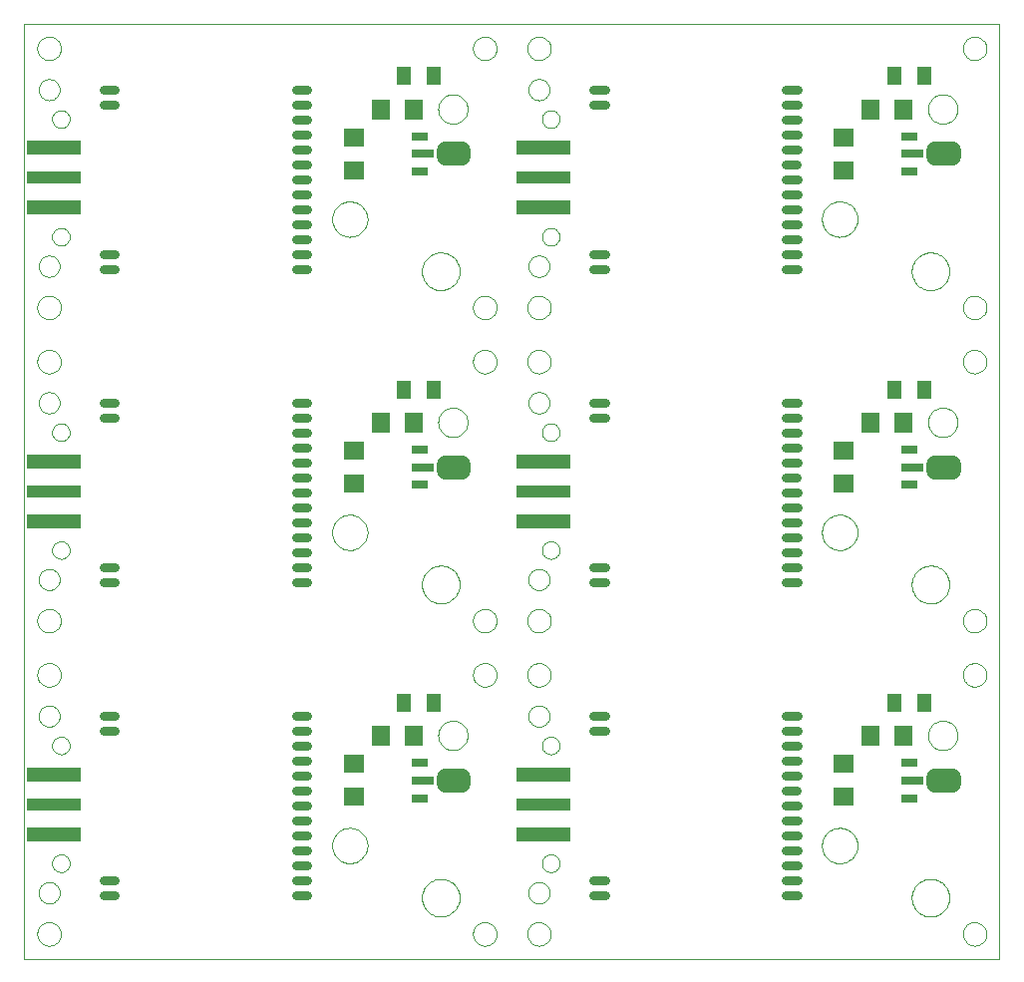
<source format=gtp>
G75*
%MOIN*%
%OFA0B0*%
%FSLAX24Y24*%
%IPPOS*%
%LPD*%
%AMOC8*
5,1,8,0,0,1.08239X$1,22.5*
%
%ADD10C,0.0000*%
%ADD11R,0.1800X0.0450*%
%ADD12R,0.1800X0.0400*%
%ADD13R,0.0551X0.0315*%
%ADD14R,0.0748X0.0315*%
%ADD15C,0.0600*%
%ADD16R,0.0709X0.0630*%
%ADD17R,0.0630X0.0709*%
%ADD18R,0.0500X0.0644*%
%ADD19C,0.0315*%
D10*
X004227Y000218D02*
X036825Y000218D01*
X036825Y031478D01*
X004227Y031478D01*
X004227Y000218D01*
X004659Y001045D02*
X004661Y001084D01*
X004667Y001123D01*
X004677Y001161D01*
X004690Y001198D01*
X004707Y001233D01*
X004727Y001267D01*
X004751Y001298D01*
X004778Y001327D01*
X004807Y001353D01*
X004839Y001376D01*
X004873Y001396D01*
X004909Y001412D01*
X004946Y001424D01*
X004985Y001433D01*
X005024Y001438D01*
X005063Y001439D01*
X005102Y001436D01*
X005141Y001429D01*
X005178Y001418D01*
X005215Y001404D01*
X005250Y001386D01*
X005283Y001365D01*
X005314Y001340D01*
X005342Y001313D01*
X005367Y001283D01*
X005389Y001250D01*
X005408Y001216D01*
X005423Y001180D01*
X005435Y001142D01*
X005443Y001104D01*
X005447Y001065D01*
X005447Y001025D01*
X005443Y000986D01*
X005435Y000948D01*
X005423Y000910D01*
X005408Y000874D01*
X005389Y000840D01*
X005367Y000807D01*
X005342Y000777D01*
X005314Y000750D01*
X005283Y000725D01*
X005250Y000704D01*
X005215Y000686D01*
X005178Y000672D01*
X005141Y000661D01*
X005102Y000654D01*
X005063Y000651D01*
X005024Y000652D01*
X004985Y000657D01*
X004946Y000666D01*
X004909Y000678D01*
X004873Y000694D01*
X004839Y000714D01*
X004807Y000737D01*
X004778Y000763D01*
X004751Y000792D01*
X004727Y000823D01*
X004707Y000857D01*
X004690Y000892D01*
X004677Y000929D01*
X004667Y000967D01*
X004661Y001006D01*
X004659Y001045D01*
X004699Y002423D02*
X004701Y002460D01*
X004707Y002497D01*
X004716Y002532D01*
X004730Y002567D01*
X004746Y002600D01*
X004767Y002631D01*
X004790Y002660D01*
X004816Y002686D01*
X004845Y002709D01*
X004876Y002730D01*
X004909Y002746D01*
X004944Y002760D01*
X004979Y002769D01*
X005016Y002775D01*
X005053Y002777D01*
X005090Y002775D01*
X005127Y002769D01*
X005162Y002760D01*
X005197Y002746D01*
X005230Y002730D01*
X005261Y002709D01*
X005290Y002686D01*
X005316Y002660D01*
X005339Y002631D01*
X005360Y002600D01*
X005376Y002567D01*
X005390Y002532D01*
X005399Y002497D01*
X005405Y002460D01*
X005407Y002423D01*
X005405Y002386D01*
X005399Y002349D01*
X005390Y002314D01*
X005376Y002279D01*
X005360Y002246D01*
X005339Y002215D01*
X005316Y002186D01*
X005290Y002160D01*
X005261Y002137D01*
X005230Y002116D01*
X005197Y002100D01*
X005162Y002086D01*
X005127Y002077D01*
X005090Y002071D01*
X005053Y002069D01*
X005016Y002071D01*
X004979Y002077D01*
X004944Y002086D01*
X004909Y002100D01*
X004876Y002116D01*
X004845Y002137D01*
X004816Y002160D01*
X004790Y002186D01*
X004767Y002215D01*
X004746Y002246D01*
X004730Y002279D01*
X004716Y002314D01*
X004707Y002349D01*
X004701Y002386D01*
X004699Y002423D01*
X005152Y003407D02*
X005154Y003441D01*
X005160Y003475D01*
X005170Y003508D01*
X005183Y003539D01*
X005201Y003569D01*
X005221Y003597D01*
X005245Y003622D01*
X005271Y003644D01*
X005299Y003662D01*
X005330Y003678D01*
X005362Y003690D01*
X005396Y003698D01*
X005430Y003702D01*
X005464Y003702D01*
X005498Y003698D01*
X005532Y003690D01*
X005564Y003678D01*
X005594Y003662D01*
X005623Y003644D01*
X005649Y003622D01*
X005673Y003597D01*
X005693Y003569D01*
X005711Y003539D01*
X005724Y003508D01*
X005734Y003475D01*
X005740Y003441D01*
X005742Y003407D01*
X005740Y003373D01*
X005734Y003339D01*
X005724Y003306D01*
X005711Y003275D01*
X005693Y003245D01*
X005673Y003217D01*
X005649Y003192D01*
X005623Y003170D01*
X005595Y003152D01*
X005564Y003136D01*
X005532Y003124D01*
X005498Y003116D01*
X005464Y003112D01*
X005430Y003112D01*
X005396Y003116D01*
X005362Y003124D01*
X005330Y003136D01*
X005299Y003152D01*
X005271Y003170D01*
X005245Y003192D01*
X005221Y003217D01*
X005201Y003245D01*
X005183Y003275D01*
X005170Y003306D01*
X005160Y003339D01*
X005154Y003373D01*
X005152Y003407D01*
X005152Y007344D02*
X005154Y007378D01*
X005160Y007412D01*
X005170Y007445D01*
X005183Y007476D01*
X005201Y007506D01*
X005221Y007534D01*
X005245Y007559D01*
X005271Y007581D01*
X005299Y007599D01*
X005330Y007615D01*
X005362Y007627D01*
X005396Y007635D01*
X005430Y007639D01*
X005464Y007639D01*
X005498Y007635D01*
X005532Y007627D01*
X005564Y007615D01*
X005594Y007599D01*
X005623Y007581D01*
X005649Y007559D01*
X005673Y007534D01*
X005693Y007506D01*
X005711Y007476D01*
X005724Y007445D01*
X005734Y007412D01*
X005740Y007378D01*
X005742Y007344D01*
X005740Y007310D01*
X005734Y007276D01*
X005724Y007243D01*
X005711Y007212D01*
X005693Y007182D01*
X005673Y007154D01*
X005649Y007129D01*
X005623Y007107D01*
X005595Y007089D01*
X005564Y007073D01*
X005532Y007061D01*
X005498Y007053D01*
X005464Y007049D01*
X005430Y007049D01*
X005396Y007053D01*
X005362Y007061D01*
X005330Y007073D01*
X005299Y007089D01*
X005271Y007107D01*
X005245Y007129D01*
X005221Y007154D01*
X005201Y007182D01*
X005183Y007212D01*
X005170Y007243D01*
X005160Y007276D01*
X005154Y007310D01*
X005152Y007344D01*
X004699Y008328D02*
X004701Y008365D01*
X004707Y008402D01*
X004716Y008437D01*
X004730Y008472D01*
X004746Y008505D01*
X004767Y008536D01*
X004790Y008565D01*
X004816Y008591D01*
X004845Y008614D01*
X004876Y008635D01*
X004909Y008651D01*
X004944Y008665D01*
X004979Y008674D01*
X005016Y008680D01*
X005053Y008682D01*
X005090Y008680D01*
X005127Y008674D01*
X005162Y008665D01*
X005197Y008651D01*
X005230Y008635D01*
X005261Y008614D01*
X005290Y008591D01*
X005316Y008565D01*
X005339Y008536D01*
X005360Y008505D01*
X005376Y008472D01*
X005390Y008437D01*
X005399Y008402D01*
X005405Y008365D01*
X005407Y008328D01*
X005405Y008291D01*
X005399Y008254D01*
X005390Y008219D01*
X005376Y008184D01*
X005360Y008151D01*
X005339Y008120D01*
X005316Y008091D01*
X005290Y008065D01*
X005261Y008042D01*
X005230Y008021D01*
X005197Y008005D01*
X005162Y007991D01*
X005127Y007982D01*
X005090Y007976D01*
X005053Y007974D01*
X005016Y007976D01*
X004979Y007982D01*
X004944Y007991D01*
X004909Y008005D01*
X004876Y008021D01*
X004845Y008042D01*
X004816Y008065D01*
X004790Y008091D01*
X004767Y008120D01*
X004746Y008151D01*
X004730Y008184D01*
X004716Y008219D01*
X004707Y008254D01*
X004701Y008291D01*
X004699Y008328D01*
X004659Y009706D02*
X004661Y009745D01*
X004667Y009784D01*
X004677Y009822D01*
X004690Y009859D01*
X004707Y009894D01*
X004727Y009928D01*
X004751Y009959D01*
X004778Y009988D01*
X004807Y010014D01*
X004839Y010037D01*
X004873Y010057D01*
X004909Y010073D01*
X004946Y010085D01*
X004985Y010094D01*
X005024Y010099D01*
X005063Y010100D01*
X005102Y010097D01*
X005141Y010090D01*
X005178Y010079D01*
X005215Y010065D01*
X005250Y010047D01*
X005283Y010026D01*
X005314Y010001D01*
X005342Y009974D01*
X005367Y009944D01*
X005389Y009911D01*
X005408Y009877D01*
X005423Y009841D01*
X005435Y009803D01*
X005443Y009765D01*
X005447Y009726D01*
X005447Y009686D01*
X005443Y009647D01*
X005435Y009609D01*
X005423Y009571D01*
X005408Y009535D01*
X005389Y009501D01*
X005367Y009468D01*
X005342Y009438D01*
X005314Y009411D01*
X005283Y009386D01*
X005250Y009365D01*
X005215Y009347D01*
X005178Y009333D01*
X005141Y009322D01*
X005102Y009315D01*
X005063Y009312D01*
X005024Y009313D01*
X004985Y009318D01*
X004946Y009327D01*
X004909Y009339D01*
X004873Y009355D01*
X004839Y009375D01*
X004807Y009398D01*
X004778Y009424D01*
X004751Y009453D01*
X004727Y009484D01*
X004707Y009518D01*
X004690Y009553D01*
X004677Y009590D01*
X004667Y009628D01*
X004661Y009667D01*
X004659Y009706D01*
X004659Y011517D02*
X004661Y011556D01*
X004667Y011595D01*
X004677Y011633D01*
X004690Y011670D01*
X004707Y011705D01*
X004727Y011739D01*
X004751Y011770D01*
X004778Y011799D01*
X004807Y011825D01*
X004839Y011848D01*
X004873Y011868D01*
X004909Y011884D01*
X004946Y011896D01*
X004985Y011905D01*
X005024Y011910D01*
X005063Y011911D01*
X005102Y011908D01*
X005141Y011901D01*
X005178Y011890D01*
X005215Y011876D01*
X005250Y011858D01*
X005283Y011837D01*
X005314Y011812D01*
X005342Y011785D01*
X005367Y011755D01*
X005389Y011722D01*
X005408Y011688D01*
X005423Y011652D01*
X005435Y011614D01*
X005443Y011576D01*
X005447Y011537D01*
X005447Y011497D01*
X005443Y011458D01*
X005435Y011420D01*
X005423Y011382D01*
X005408Y011346D01*
X005389Y011312D01*
X005367Y011279D01*
X005342Y011249D01*
X005314Y011222D01*
X005283Y011197D01*
X005250Y011176D01*
X005215Y011158D01*
X005178Y011144D01*
X005141Y011133D01*
X005102Y011126D01*
X005063Y011123D01*
X005024Y011124D01*
X004985Y011129D01*
X004946Y011138D01*
X004909Y011150D01*
X004873Y011166D01*
X004839Y011186D01*
X004807Y011209D01*
X004778Y011235D01*
X004751Y011264D01*
X004727Y011295D01*
X004707Y011329D01*
X004690Y011364D01*
X004677Y011401D01*
X004667Y011439D01*
X004661Y011478D01*
X004659Y011517D01*
X004699Y012895D02*
X004701Y012932D01*
X004707Y012969D01*
X004716Y013004D01*
X004730Y013039D01*
X004746Y013072D01*
X004767Y013103D01*
X004790Y013132D01*
X004816Y013158D01*
X004845Y013181D01*
X004876Y013202D01*
X004909Y013218D01*
X004944Y013232D01*
X004979Y013241D01*
X005016Y013247D01*
X005053Y013249D01*
X005090Y013247D01*
X005127Y013241D01*
X005162Y013232D01*
X005197Y013218D01*
X005230Y013202D01*
X005261Y013181D01*
X005290Y013158D01*
X005316Y013132D01*
X005339Y013103D01*
X005360Y013072D01*
X005376Y013039D01*
X005390Y013004D01*
X005399Y012969D01*
X005405Y012932D01*
X005407Y012895D01*
X005405Y012858D01*
X005399Y012821D01*
X005390Y012786D01*
X005376Y012751D01*
X005360Y012718D01*
X005339Y012687D01*
X005316Y012658D01*
X005290Y012632D01*
X005261Y012609D01*
X005230Y012588D01*
X005197Y012572D01*
X005162Y012558D01*
X005127Y012549D01*
X005090Y012543D01*
X005053Y012541D01*
X005016Y012543D01*
X004979Y012549D01*
X004944Y012558D01*
X004909Y012572D01*
X004876Y012588D01*
X004845Y012609D01*
X004816Y012632D01*
X004790Y012658D01*
X004767Y012687D01*
X004746Y012718D01*
X004730Y012751D01*
X004716Y012786D01*
X004707Y012821D01*
X004701Y012858D01*
X004699Y012895D01*
X005152Y013880D02*
X005154Y013914D01*
X005160Y013948D01*
X005170Y013981D01*
X005183Y014012D01*
X005201Y014042D01*
X005221Y014070D01*
X005245Y014095D01*
X005271Y014117D01*
X005299Y014135D01*
X005330Y014151D01*
X005362Y014163D01*
X005396Y014171D01*
X005430Y014175D01*
X005464Y014175D01*
X005498Y014171D01*
X005532Y014163D01*
X005564Y014151D01*
X005594Y014135D01*
X005623Y014117D01*
X005649Y014095D01*
X005673Y014070D01*
X005693Y014042D01*
X005711Y014012D01*
X005724Y013981D01*
X005734Y013948D01*
X005740Y013914D01*
X005742Y013880D01*
X005740Y013846D01*
X005734Y013812D01*
X005724Y013779D01*
X005711Y013748D01*
X005693Y013718D01*
X005673Y013690D01*
X005649Y013665D01*
X005623Y013643D01*
X005595Y013625D01*
X005564Y013609D01*
X005532Y013597D01*
X005498Y013589D01*
X005464Y013585D01*
X005430Y013585D01*
X005396Y013589D01*
X005362Y013597D01*
X005330Y013609D01*
X005299Y013625D01*
X005271Y013643D01*
X005245Y013665D01*
X005221Y013690D01*
X005201Y013718D01*
X005183Y013748D01*
X005170Y013779D01*
X005160Y013812D01*
X005154Y013846D01*
X005152Y013880D01*
X005152Y017817D02*
X005154Y017851D01*
X005160Y017885D01*
X005170Y017918D01*
X005183Y017949D01*
X005201Y017979D01*
X005221Y018007D01*
X005245Y018032D01*
X005271Y018054D01*
X005299Y018072D01*
X005330Y018088D01*
X005362Y018100D01*
X005396Y018108D01*
X005430Y018112D01*
X005464Y018112D01*
X005498Y018108D01*
X005532Y018100D01*
X005564Y018088D01*
X005594Y018072D01*
X005623Y018054D01*
X005649Y018032D01*
X005673Y018007D01*
X005693Y017979D01*
X005711Y017949D01*
X005724Y017918D01*
X005734Y017885D01*
X005740Y017851D01*
X005742Y017817D01*
X005740Y017783D01*
X005734Y017749D01*
X005724Y017716D01*
X005711Y017685D01*
X005693Y017655D01*
X005673Y017627D01*
X005649Y017602D01*
X005623Y017580D01*
X005595Y017562D01*
X005564Y017546D01*
X005532Y017534D01*
X005498Y017526D01*
X005464Y017522D01*
X005430Y017522D01*
X005396Y017526D01*
X005362Y017534D01*
X005330Y017546D01*
X005299Y017562D01*
X005271Y017580D01*
X005245Y017602D01*
X005221Y017627D01*
X005201Y017655D01*
X005183Y017685D01*
X005170Y017716D01*
X005160Y017749D01*
X005154Y017783D01*
X005152Y017817D01*
X004699Y018801D02*
X004701Y018838D01*
X004707Y018875D01*
X004716Y018910D01*
X004730Y018945D01*
X004746Y018978D01*
X004767Y019009D01*
X004790Y019038D01*
X004816Y019064D01*
X004845Y019087D01*
X004876Y019108D01*
X004909Y019124D01*
X004944Y019138D01*
X004979Y019147D01*
X005016Y019153D01*
X005053Y019155D01*
X005090Y019153D01*
X005127Y019147D01*
X005162Y019138D01*
X005197Y019124D01*
X005230Y019108D01*
X005261Y019087D01*
X005290Y019064D01*
X005316Y019038D01*
X005339Y019009D01*
X005360Y018978D01*
X005376Y018945D01*
X005390Y018910D01*
X005399Y018875D01*
X005405Y018838D01*
X005407Y018801D01*
X005405Y018764D01*
X005399Y018727D01*
X005390Y018692D01*
X005376Y018657D01*
X005360Y018624D01*
X005339Y018593D01*
X005316Y018564D01*
X005290Y018538D01*
X005261Y018515D01*
X005230Y018494D01*
X005197Y018478D01*
X005162Y018464D01*
X005127Y018455D01*
X005090Y018449D01*
X005053Y018447D01*
X005016Y018449D01*
X004979Y018455D01*
X004944Y018464D01*
X004909Y018478D01*
X004876Y018494D01*
X004845Y018515D01*
X004816Y018538D01*
X004790Y018564D01*
X004767Y018593D01*
X004746Y018624D01*
X004730Y018657D01*
X004716Y018692D01*
X004707Y018727D01*
X004701Y018764D01*
X004699Y018801D01*
X004659Y020179D02*
X004661Y020218D01*
X004667Y020257D01*
X004677Y020295D01*
X004690Y020332D01*
X004707Y020367D01*
X004727Y020401D01*
X004751Y020432D01*
X004778Y020461D01*
X004807Y020487D01*
X004839Y020510D01*
X004873Y020530D01*
X004909Y020546D01*
X004946Y020558D01*
X004985Y020567D01*
X005024Y020572D01*
X005063Y020573D01*
X005102Y020570D01*
X005141Y020563D01*
X005178Y020552D01*
X005215Y020538D01*
X005250Y020520D01*
X005283Y020499D01*
X005314Y020474D01*
X005342Y020447D01*
X005367Y020417D01*
X005389Y020384D01*
X005408Y020350D01*
X005423Y020314D01*
X005435Y020276D01*
X005443Y020238D01*
X005447Y020199D01*
X005447Y020159D01*
X005443Y020120D01*
X005435Y020082D01*
X005423Y020044D01*
X005408Y020008D01*
X005389Y019974D01*
X005367Y019941D01*
X005342Y019911D01*
X005314Y019884D01*
X005283Y019859D01*
X005250Y019838D01*
X005215Y019820D01*
X005178Y019806D01*
X005141Y019795D01*
X005102Y019788D01*
X005063Y019785D01*
X005024Y019786D01*
X004985Y019791D01*
X004946Y019800D01*
X004909Y019812D01*
X004873Y019828D01*
X004839Y019848D01*
X004807Y019871D01*
X004778Y019897D01*
X004751Y019926D01*
X004727Y019957D01*
X004707Y019991D01*
X004690Y020026D01*
X004677Y020063D01*
X004667Y020101D01*
X004661Y020140D01*
X004659Y020179D01*
X004659Y021990D02*
X004661Y022029D01*
X004667Y022068D01*
X004677Y022106D01*
X004690Y022143D01*
X004707Y022178D01*
X004727Y022212D01*
X004751Y022243D01*
X004778Y022272D01*
X004807Y022298D01*
X004839Y022321D01*
X004873Y022341D01*
X004909Y022357D01*
X004946Y022369D01*
X004985Y022378D01*
X005024Y022383D01*
X005063Y022384D01*
X005102Y022381D01*
X005141Y022374D01*
X005178Y022363D01*
X005215Y022349D01*
X005250Y022331D01*
X005283Y022310D01*
X005314Y022285D01*
X005342Y022258D01*
X005367Y022228D01*
X005389Y022195D01*
X005408Y022161D01*
X005423Y022125D01*
X005435Y022087D01*
X005443Y022049D01*
X005447Y022010D01*
X005447Y021970D01*
X005443Y021931D01*
X005435Y021893D01*
X005423Y021855D01*
X005408Y021819D01*
X005389Y021785D01*
X005367Y021752D01*
X005342Y021722D01*
X005314Y021695D01*
X005283Y021670D01*
X005250Y021649D01*
X005215Y021631D01*
X005178Y021617D01*
X005141Y021606D01*
X005102Y021599D01*
X005063Y021596D01*
X005024Y021597D01*
X004985Y021602D01*
X004946Y021611D01*
X004909Y021623D01*
X004873Y021639D01*
X004839Y021659D01*
X004807Y021682D01*
X004778Y021708D01*
X004751Y021737D01*
X004727Y021768D01*
X004707Y021802D01*
X004690Y021837D01*
X004677Y021874D01*
X004667Y021912D01*
X004661Y021951D01*
X004659Y021990D01*
X004699Y023368D02*
X004701Y023405D01*
X004707Y023442D01*
X004716Y023477D01*
X004730Y023512D01*
X004746Y023545D01*
X004767Y023576D01*
X004790Y023605D01*
X004816Y023631D01*
X004845Y023654D01*
X004876Y023675D01*
X004909Y023691D01*
X004944Y023705D01*
X004979Y023714D01*
X005016Y023720D01*
X005053Y023722D01*
X005090Y023720D01*
X005127Y023714D01*
X005162Y023705D01*
X005197Y023691D01*
X005230Y023675D01*
X005261Y023654D01*
X005290Y023631D01*
X005316Y023605D01*
X005339Y023576D01*
X005360Y023545D01*
X005376Y023512D01*
X005390Y023477D01*
X005399Y023442D01*
X005405Y023405D01*
X005407Y023368D01*
X005405Y023331D01*
X005399Y023294D01*
X005390Y023259D01*
X005376Y023224D01*
X005360Y023191D01*
X005339Y023160D01*
X005316Y023131D01*
X005290Y023105D01*
X005261Y023082D01*
X005230Y023061D01*
X005197Y023045D01*
X005162Y023031D01*
X005127Y023022D01*
X005090Y023016D01*
X005053Y023014D01*
X005016Y023016D01*
X004979Y023022D01*
X004944Y023031D01*
X004909Y023045D01*
X004876Y023061D01*
X004845Y023082D01*
X004816Y023105D01*
X004790Y023131D01*
X004767Y023160D01*
X004746Y023191D01*
X004730Y023224D01*
X004716Y023259D01*
X004707Y023294D01*
X004701Y023331D01*
X004699Y023368D01*
X005152Y024352D02*
X005154Y024386D01*
X005160Y024420D01*
X005170Y024453D01*
X005183Y024484D01*
X005201Y024514D01*
X005221Y024542D01*
X005245Y024567D01*
X005271Y024589D01*
X005299Y024607D01*
X005330Y024623D01*
X005362Y024635D01*
X005396Y024643D01*
X005430Y024647D01*
X005464Y024647D01*
X005498Y024643D01*
X005532Y024635D01*
X005564Y024623D01*
X005594Y024607D01*
X005623Y024589D01*
X005649Y024567D01*
X005673Y024542D01*
X005693Y024514D01*
X005711Y024484D01*
X005724Y024453D01*
X005734Y024420D01*
X005740Y024386D01*
X005742Y024352D01*
X005740Y024318D01*
X005734Y024284D01*
X005724Y024251D01*
X005711Y024220D01*
X005693Y024190D01*
X005673Y024162D01*
X005649Y024137D01*
X005623Y024115D01*
X005595Y024097D01*
X005564Y024081D01*
X005532Y024069D01*
X005498Y024061D01*
X005464Y024057D01*
X005430Y024057D01*
X005396Y024061D01*
X005362Y024069D01*
X005330Y024081D01*
X005299Y024097D01*
X005271Y024115D01*
X005245Y024137D01*
X005221Y024162D01*
X005201Y024190D01*
X005183Y024220D01*
X005170Y024251D01*
X005160Y024284D01*
X005154Y024318D01*
X005152Y024352D01*
X005152Y028289D02*
X005154Y028323D01*
X005160Y028357D01*
X005170Y028390D01*
X005183Y028421D01*
X005201Y028451D01*
X005221Y028479D01*
X005245Y028504D01*
X005271Y028526D01*
X005299Y028544D01*
X005330Y028560D01*
X005362Y028572D01*
X005396Y028580D01*
X005430Y028584D01*
X005464Y028584D01*
X005498Y028580D01*
X005532Y028572D01*
X005564Y028560D01*
X005594Y028544D01*
X005623Y028526D01*
X005649Y028504D01*
X005673Y028479D01*
X005693Y028451D01*
X005711Y028421D01*
X005724Y028390D01*
X005734Y028357D01*
X005740Y028323D01*
X005742Y028289D01*
X005740Y028255D01*
X005734Y028221D01*
X005724Y028188D01*
X005711Y028157D01*
X005693Y028127D01*
X005673Y028099D01*
X005649Y028074D01*
X005623Y028052D01*
X005595Y028034D01*
X005564Y028018D01*
X005532Y028006D01*
X005498Y027998D01*
X005464Y027994D01*
X005430Y027994D01*
X005396Y027998D01*
X005362Y028006D01*
X005330Y028018D01*
X005299Y028034D01*
X005271Y028052D01*
X005245Y028074D01*
X005221Y028099D01*
X005201Y028127D01*
X005183Y028157D01*
X005170Y028188D01*
X005160Y028221D01*
X005154Y028255D01*
X005152Y028289D01*
X004699Y029273D02*
X004701Y029310D01*
X004707Y029347D01*
X004716Y029382D01*
X004730Y029417D01*
X004746Y029450D01*
X004767Y029481D01*
X004790Y029510D01*
X004816Y029536D01*
X004845Y029559D01*
X004876Y029580D01*
X004909Y029596D01*
X004944Y029610D01*
X004979Y029619D01*
X005016Y029625D01*
X005053Y029627D01*
X005090Y029625D01*
X005127Y029619D01*
X005162Y029610D01*
X005197Y029596D01*
X005230Y029580D01*
X005261Y029559D01*
X005290Y029536D01*
X005316Y029510D01*
X005339Y029481D01*
X005360Y029450D01*
X005376Y029417D01*
X005390Y029382D01*
X005399Y029347D01*
X005405Y029310D01*
X005407Y029273D01*
X005405Y029236D01*
X005399Y029199D01*
X005390Y029164D01*
X005376Y029129D01*
X005360Y029096D01*
X005339Y029065D01*
X005316Y029036D01*
X005290Y029010D01*
X005261Y028987D01*
X005230Y028966D01*
X005197Y028950D01*
X005162Y028936D01*
X005127Y028927D01*
X005090Y028921D01*
X005053Y028919D01*
X005016Y028921D01*
X004979Y028927D01*
X004944Y028936D01*
X004909Y028950D01*
X004876Y028966D01*
X004845Y028987D01*
X004816Y029010D01*
X004790Y029036D01*
X004767Y029065D01*
X004746Y029096D01*
X004730Y029129D01*
X004716Y029164D01*
X004707Y029199D01*
X004701Y029236D01*
X004699Y029273D01*
X004659Y030651D02*
X004661Y030690D01*
X004667Y030729D01*
X004677Y030767D01*
X004690Y030804D01*
X004707Y030839D01*
X004727Y030873D01*
X004751Y030904D01*
X004778Y030933D01*
X004807Y030959D01*
X004839Y030982D01*
X004873Y031002D01*
X004909Y031018D01*
X004946Y031030D01*
X004985Y031039D01*
X005024Y031044D01*
X005063Y031045D01*
X005102Y031042D01*
X005141Y031035D01*
X005178Y031024D01*
X005215Y031010D01*
X005250Y030992D01*
X005283Y030971D01*
X005314Y030946D01*
X005342Y030919D01*
X005367Y030889D01*
X005389Y030856D01*
X005408Y030822D01*
X005423Y030786D01*
X005435Y030748D01*
X005443Y030710D01*
X005447Y030671D01*
X005447Y030631D01*
X005443Y030592D01*
X005435Y030554D01*
X005423Y030516D01*
X005408Y030480D01*
X005389Y030446D01*
X005367Y030413D01*
X005342Y030383D01*
X005314Y030356D01*
X005283Y030331D01*
X005250Y030310D01*
X005215Y030292D01*
X005178Y030278D01*
X005141Y030267D01*
X005102Y030260D01*
X005063Y030257D01*
X005024Y030258D01*
X004985Y030263D01*
X004946Y030272D01*
X004909Y030284D01*
X004873Y030300D01*
X004839Y030320D01*
X004807Y030343D01*
X004778Y030369D01*
X004751Y030398D01*
X004727Y030429D01*
X004707Y030463D01*
X004690Y030498D01*
X004677Y030535D01*
X004667Y030573D01*
X004661Y030612D01*
X004659Y030651D01*
X014514Y024943D02*
X014516Y024991D01*
X014522Y025039D01*
X014532Y025086D01*
X014545Y025132D01*
X014563Y025177D01*
X014583Y025221D01*
X014608Y025263D01*
X014636Y025302D01*
X014666Y025339D01*
X014700Y025373D01*
X014737Y025405D01*
X014775Y025434D01*
X014816Y025459D01*
X014859Y025481D01*
X014904Y025499D01*
X014950Y025513D01*
X014997Y025524D01*
X015045Y025531D01*
X015093Y025534D01*
X015141Y025533D01*
X015189Y025528D01*
X015237Y025519D01*
X015283Y025507D01*
X015328Y025490D01*
X015372Y025470D01*
X015414Y025447D01*
X015454Y025420D01*
X015492Y025390D01*
X015527Y025357D01*
X015559Y025321D01*
X015589Y025283D01*
X015615Y025242D01*
X015637Y025199D01*
X015657Y025155D01*
X015672Y025110D01*
X015684Y025063D01*
X015692Y025015D01*
X015696Y024967D01*
X015696Y024919D01*
X015692Y024871D01*
X015684Y024823D01*
X015672Y024776D01*
X015657Y024731D01*
X015637Y024687D01*
X015615Y024644D01*
X015589Y024603D01*
X015559Y024565D01*
X015527Y024529D01*
X015492Y024496D01*
X015454Y024466D01*
X015414Y024439D01*
X015372Y024416D01*
X015328Y024396D01*
X015283Y024379D01*
X015237Y024367D01*
X015189Y024358D01*
X015141Y024353D01*
X015093Y024352D01*
X015045Y024355D01*
X014997Y024362D01*
X014950Y024373D01*
X014904Y024387D01*
X014859Y024405D01*
X014816Y024427D01*
X014775Y024452D01*
X014737Y024481D01*
X014700Y024513D01*
X014666Y024547D01*
X014636Y024584D01*
X014608Y024623D01*
X014583Y024665D01*
X014563Y024709D01*
X014545Y024754D01*
X014532Y024800D01*
X014522Y024847D01*
X014516Y024895D01*
X014514Y024943D01*
X017514Y023198D02*
X017516Y023248D01*
X017522Y023298D01*
X017532Y023347D01*
X017546Y023395D01*
X017563Y023442D01*
X017584Y023487D01*
X017609Y023531D01*
X017637Y023572D01*
X017669Y023611D01*
X017703Y023648D01*
X017740Y023682D01*
X017780Y023712D01*
X017822Y023739D01*
X017866Y023763D01*
X017912Y023784D01*
X017959Y023800D01*
X018007Y023813D01*
X018057Y023822D01*
X018106Y023827D01*
X018157Y023828D01*
X018207Y023825D01*
X018256Y023818D01*
X018305Y023807D01*
X018353Y023792D01*
X018399Y023774D01*
X018444Y023752D01*
X018487Y023726D01*
X018528Y023697D01*
X018567Y023665D01*
X018603Y023630D01*
X018635Y023592D01*
X018665Y023552D01*
X018692Y023509D01*
X018715Y023465D01*
X018734Y023419D01*
X018750Y023371D01*
X018762Y023322D01*
X018770Y023273D01*
X018774Y023223D01*
X018774Y023173D01*
X018770Y023123D01*
X018762Y023074D01*
X018750Y023025D01*
X018734Y022977D01*
X018715Y022931D01*
X018692Y022887D01*
X018665Y022844D01*
X018635Y022804D01*
X018603Y022766D01*
X018567Y022731D01*
X018528Y022699D01*
X018487Y022670D01*
X018444Y022644D01*
X018399Y022622D01*
X018353Y022604D01*
X018305Y022589D01*
X018256Y022578D01*
X018207Y022571D01*
X018157Y022568D01*
X018106Y022569D01*
X018057Y022574D01*
X018007Y022583D01*
X017959Y022596D01*
X017912Y022612D01*
X017866Y022633D01*
X017822Y022657D01*
X017780Y022684D01*
X017740Y022714D01*
X017703Y022748D01*
X017669Y022785D01*
X017637Y022824D01*
X017609Y022865D01*
X017584Y022909D01*
X017563Y022954D01*
X017546Y023001D01*
X017532Y023049D01*
X017522Y023098D01*
X017516Y023148D01*
X017514Y023198D01*
X019226Y021990D02*
X019228Y022029D01*
X019234Y022068D01*
X019244Y022106D01*
X019257Y022143D01*
X019274Y022178D01*
X019294Y022212D01*
X019318Y022243D01*
X019345Y022272D01*
X019374Y022298D01*
X019406Y022321D01*
X019440Y022341D01*
X019476Y022357D01*
X019513Y022369D01*
X019552Y022378D01*
X019591Y022383D01*
X019630Y022384D01*
X019669Y022381D01*
X019708Y022374D01*
X019745Y022363D01*
X019782Y022349D01*
X019817Y022331D01*
X019850Y022310D01*
X019881Y022285D01*
X019909Y022258D01*
X019934Y022228D01*
X019956Y022195D01*
X019975Y022161D01*
X019990Y022125D01*
X020002Y022087D01*
X020010Y022049D01*
X020014Y022010D01*
X020014Y021970D01*
X020010Y021931D01*
X020002Y021893D01*
X019990Y021855D01*
X019975Y021819D01*
X019956Y021785D01*
X019934Y021752D01*
X019909Y021722D01*
X019881Y021695D01*
X019850Y021670D01*
X019817Y021649D01*
X019782Y021631D01*
X019745Y021617D01*
X019708Y021606D01*
X019669Y021599D01*
X019630Y021596D01*
X019591Y021597D01*
X019552Y021602D01*
X019513Y021611D01*
X019476Y021623D01*
X019440Y021639D01*
X019406Y021659D01*
X019374Y021682D01*
X019345Y021708D01*
X019318Y021737D01*
X019294Y021768D01*
X019274Y021802D01*
X019257Y021837D01*
X019244Y021874D01*
X019234Y021912D01*
X019228Y021951D01*
X019226Y021990D01*
X019226Y020179D02*
X019228Y020218D01*
X019234Y020257D01*
X019244Y020295D01*
X019257Y020332D01*
X019274Y020367D01*
X019294Y020401D01*
X019318Y020432D01*
X019345Y020461D01*
X019374Y020487D01*
X019406Y020510D01*
X019440Y020530D01*
X019476Y020546D01*
X019513Y020558D01*
X019552Y020567D01*
X019591Y020572D01*
X019630Y020573D01*
X019669Y020570D01*
X019708Y020563D01*
X019745Y020552D01*
X019782Y020538D01*
X019817Y020520D01*
X019850Y020499D01*
X019881Y020474D01*
X019909Y020447D01*
X019934Y020417D01*
X019956Y020384D01*
X019975Y020350D01*
X019990Y020314D01*
X020002Y020276D01*
X020010Y020238D01*
X020014Y020199D01*
X020014Y020159D01*
X020010Y020120D01*
X020002Y020082D01*
X019990Y020044D01*
X019975Y020008D01*
X019956Y019974D01*
X019934Y019941D01*
X019909Y019911D01*
X019881Y019884D01*
X019850Y019859D01*
X019817Y019838D01*
X019782Y019820D01*
X019745Y019806D01*
X019708Y019795D01*
X019669Y019788D01*
X019630Y019785D01*
X019591Y019786D01*
X019552Y019791D01*
X019513Y019800D01*
X019476Y019812D01*
X019440Y019828D01*
X019406Y019848D01*
X019374Y019871D01*
X019345Y019897D01*
X019318Y019926D01*
X019294Y019957D01*
X019274Y019991D01*
X019257Y020026D01*
X019244Y020063D01*
X019234Y020101D01*
X019228Y020140D01*
X019226Y020179D01*
X018061Y018151D02*
X018063Y018195D01*
X018069Y018239D01*
X018079Y018282D01*
X018092Y018324D01*
X018110Y018364D01*
X018131Y018403D01*
X018155Y018440D01*
X018182Y018475D01*
X018213Y018507D01*
X018246Y018536D01*
X018282Y018562D01*
X018320Y018584D01*
X018360Y018603D01*
X018401Y018619D01*
X018444Y018631D01*
X018487Y018639D01*
X018531Y018643D01*
X018575Y018643D01*
X018619Y018639D01*
X018662Y018631D01*
X018705Y018619D01*
X018746Y018603D01*
X018786Y018584D01*
X018824Y018562D01*
X018860Y018536D01*
X018893Y018507D01*
X018924Y018475D01*
X018951Y018440D01*
X018975Y018403D01*
X018996Y018364D01*
X019014Y018324D01*
X019027Y018282D01*
X019037Y018239D01*
X019043Y018195D01*
X019045Y018151D01*
X019043Y018107D01*
X019037Y018063D01*
X019027Y018020D01*
X019014Y017978D01*
X018996Y017938D01*
X018975Y017899D01*
X018951Y017862D01*
X018924Y017827D01*
X018893Y017795D01*
X018860Y017766D01*
X018824Y017740D01*
X018786Y017718D01*
X018746Y017699D01*
X018705Y017683D01*
X018662Y017671D01*
X018619Y017663D01*
X018575Y017659D01*
X018531Y017659D01*
X018487Y017663D01*
X018444Y017671D01*
X018401Y017683D01*
X018360Y017699D01*
X018320Y017718D01*
X018282Y017740D01*
X018246Y017766D01*
X018213Y017795D01*
X018182Y017827D01*
X018155Y017862D01*
X018131Y017899D01*
X018110Y017938D01*
X018092Y017978D01*
X018079Y018020D01*
X018069Y018063D01*
X018063Y018107D01*
X018061Y018151D01*
X021077Y018801D02*
X021079Y018838D01*
X021085Y018875D01*
X021094Y018910D01*
X021108Y018945D01*
X021124Y018978D01*
X021145Y019009D01*
X021168Y019038D01*
X021194Y019064D01*
X021223Y019087D01*
X021254Y019108D01*
X021287Y019124D01*
X021322Y019138D01*
X021357Y019147D01*
X021394Y019153D01*
X021431Y019155D01*
X021468Y019153D01*
X021505Y019147D01*
X021540Y019138D01*
X021575Y019124D01*
X021608Y019108D01*
X021639Y019087D01*
X021668Y019064D01*
X021694Y019038D01*
X021717Y019009D01*
X021738Y018978D01*
X021754Y018945D01*
X021768Y018910D01*
X021777Y018875D01*
X021783Y018838D01*
X021785Y018801D01*
X021783Y018764D01*
X021777Y018727D01*
X021768Y018692D01*
X021754Y018657D01*
X021738Y018624D01*
X021717Y018593D01*
X021694Y018564D01*
X021668Y018538D01*
X021639Y018515D01*
X021608Y018494D01*
X021575Y018478D01*
X021540Y018464D01*
X021505Y018455D01*
X021468Y018449D01*
X021431Y018447D01*
X021394Y018449D01*
X021357Y018455D01*
X021322Y018464D01*
X021287Y018478D01*
X021254Y018494D01*
X021223Y018515D01*
X021194Y018538D01*
X021168Y018564D01*
X021145Y018593D01*
X021124Y018624D01*
X021108Y018657D01*
X021094Y018692D01*
X021085Y018727D01*
X021079Y018764D01*
X021077Y018801D01*
X021530Y017817D02*
X021532Y017851D01*
X021538Y017885D01*
X021548Y017918D01*
X021561Y017949D01*
X021579Y017979D01*
X021599Y018007D01*
X021623Y018032D01*
X021649Y018054D01*
X021677Y018072D01*
X021708Y018088D01*
X021740Y018100D01*
X021774Y018108D01*
X021808Y018112D01*
X021842Y018112D01*
X021876Y018108D01*
X021910Y018100D01*
X021942Y018088D01*
X021972Y018072D01*
X022001Y018054D01*
X022027Y018032D01*
X022051Y018007D01*
X022071Y017979D01*
X022089Y017949D01*
X022102Y017918D01*
X022112Y017885D01*
X022118Y017851D01*
X022120Y017817D01*
X022118Y017783D01*
X022112Y017749D01*
X022102Y017716D01*
X022089Y017685D01*
X022071Y017655D01*
X022051Y017627D01*
X022027Y017602D01*
X022001Y017580D01*
X021973Y017562D01*
X021942Y017546D01*
X021910Y017534D01*
X021876Y017526D01*
X021842Y017522D01*
X021808Y017522D01*
X021774Y017526D01*
X021740Y017534D01*
X021708Y017546D01*
X021677Y017562D01*
X021649Y017580D01*
X021623Y017602D01*
X021599Y017627D01*
X021579Y017655D01*
X021561Y017685D01*
X021548Y017716D01*
X021538Y017749D01*
X021532Y017783D01*
X021530Y017817D01*
X021037Y020179D02*
X021039Y020218D01*
X021045Y020257D01*
X021055Y020295D01*
X021068Y020332D01*
X021085Y020367D01*
X021105Y020401D01*
X021129Y020432D01*
X021156Y020461D01*
X021185Y020487D01*
X021217Y020510D01*
X021251Y020530D01*
X021287Y020546D01*
X021324Y020558D01*
X021363Y020567D01*
X021402Y020572D01*
X021441Y020573D01*
X021480Y020570D01*
X021519Y020563D01*
X021556Y020552D01*
X021593Y020538D01*
X021628Y020520D01*
X021661Y020499D01*
X021692Y020474D01*
X021720Y020447D01*
X021745Y020417D01*
X021767Y020384D01*
X021786Y020350D01*
X021801Y020314D01*
X021813Y020276D01*
X021821Y020238D01*
X021825Y020199D01*
X021825Y020159D01*
X021821Y020120D01*
X021813Y020082D01*
X021801Y020044D01*
X021786Y020008D01*
X021767Y019974D01*
X021745Y019941D01*
X021720Y019911D01*
X021692Y019884D01*
X021661Y019859D01*
X021628Y019838D01*
X021593Y019820D01*
X021556Y019806D01*
X021519Y019795D01*
X021480Y019788D01*
X021441Y019785D01*
X021402Y019786D01*
X021363Y019791D01*
X021324Y019800D01*
X021287Y019812D01*
X021251Y019828D01*
X021217Y019848D01*
X021185Y019871D01*
X021156Y019897D01*
X021129Y019926D01*
X021105Y019957D01*
X021085Y019991D01*
X021068Y020026D01*
X021055Y020063D01*
X021045Y020101D01*
X021039Y020140D01*
X021037Y020179D01*
X021037Y021990D02*
X021039Y022029D01*
X021045Y022068D01*
X021055Y022106D01*
X021068Y022143D01*
X021085Y022178D01*
X021105Y022212D01*
X021129Y022243D01*
X021156Y022272D01*
X021185Y022298D01*
X021217Y022321D01*
X021251Y022341D01*
X021287Y022357D01*
X021324Y022369D01*
X021363Y022378D01*
X021402Y022383D01*
X021441Y022384D01*
X021480Y022381D01*
X021519Y022374D01*
X021556Y022363D01*
X021593Y022349D01*
X021628Y022331D01*
X021661Y022310D01*
X021692Y022285D01*
X021720Y022258D01*
X021745Y022228D01*
X021767Y022195D01*
X021786Y022161D01*
X021801Y022125D01*
X021813Y022087D01*
X021821Y022049D01*
X021825Y022010D01*
X021825Y021970D01*
X021821Y021931D01*
X021813Y021893D01*
X021801Y021855D01*
X021786Y021819D01*
X021767Y021785D01*
X021745Y021752D01*
X021720Y021722D01*
X021692Y021695D01*
X021661Y021670D01*
X021628Y021649D01*
X021593Y021631D01*
X021556Y021617D01*
X021519Y021606D01*
X021480Y021599D01*
X021441Y021596D01*
X021402Y021597D01*
X021363Y021602D01*
X021324Y021611D01*
X021287Y021623D01*
X021251Y021639D01*
X021217Y021659D01*
X021185Y021682D01*
X021156Y021708D01*
X021129Y021737D01*
X021105Y021768D01*
X021085Y021802D01*
X021068Y021837D01*
X021055Y021874D01*
X021045Y021912D01*
X021039Y021951D01*
X021037Y021990D01*
X021077Y023368D02*
X021079Y023405D01*
X021085Y023442D01*
X021094Y023477D01*
X021108Y023512D01*
X021124Y023545D01*
X021145Y023576D01*
X021168Y023605D01*
X021194Y023631D01*
X021223Y023654D01*
X021254Y023675D01*
X021287Y023691D01*
X021322Y023705D01*
X021357Y023714D01*
X021394Y023720D01*
X021431Y023722D01*
X021468Y023720D01*
X021505Y023714D01*
X021540Y023705D01*
X021575Y023691D01*
X021608Y023675D01*
X021639Y023654D01*
X021668Y023631D01*
X021694Y023605D01*
X021717Y023576D01*
X021738Y023545D01*
X021754Y023512D01*
X021768Y023477D01*
X021777Y023442D01*
X021783Y023405D01*
X021785Y023368D01*
X021783Y023331D01*
X021777Y023294D01*
X021768Y023259D01*
X021754Y023224D01*
X021738Y023191D01*
X021717Y023160D01*
X021694Y023131D01*
X021668Y023105D01*
X021639Y023082D01*
X021608Y023061D01*
X021575Y023045D01*
X021540Y023031D01*
X021505Y023022D01*
X021468Y023016D01*
X021431Y023014D01*
X021394Y023016D01*
X021357Y023022D01*
X021322Y023031D01*
X021287Y023045D01*
X021254Y023061D01*
X021223Y023082D01*
X021194Y023105D01*
X021168Y023131D01*
X021145Y023160D01*
X021124Y023191D01*
X021108Y023224D01*
X021094Y023259D01*
X021085Y023294D01*
X021079Y023331D01*
X021077Y023368D01*
X021530Y024352D02*
X021532Y024386D01*
X021538Y024420D01*
X021548Y024453D01*
X021561Y024484D01*
X021579Y024514D01*
X021599Y024542D01*
X021623Y024567D01*
X021649Y024589D01*
X021677Y024607D01*
X021708Y024623D01*
X021740Y024635D01*
X021774Y024643D01*
X021808Y024647D01*
X021842Y024647D01*
X021876Y024643D01*
X021910Y024635D01*
X021942Y024623D01*
X021972Y024607D01*
X022001Y024589D01*
X022027Y024567D01*
X022051Y024542D01*
X022071Y024514D01*
X022089Y024484D01*
X022102Y024453D01*
X022112Y024420D01*
X022118Y024386D01*
X022120Y024352D01*
X022118Y024318D01*
X022112Y024284D01*
X022102Y024251D01*
X022089Y024220D01*
X022071Y024190D01*
X022051Y024162D01*
X022027Y024137D01*
X022001Y024115D01*
X021973Y024097D01*
X021942Y024081D01*
X021910Y024069D01*
X021876Y024061D01*
X021842Y024057D01*
X021808Y024057D01*
X021774Y024061D01*
X021740Y024069D01*
X021708Y024081D01*
X021677Y024097D01*
X021649Y024115D01*
X021623Y024137D01*
X021599Y024162D01*
X021579Y024190D01*
X021561Y024220D01*
X021548Y024251D01*
X021538Y024284D01*
X021532Y024318D01*
X021530Y024352D01*
X021530Y028289D02*
X021532Y028323D01*
X021538Y028357D01*
X021548Y028390D01*
X021561Y028421D01*
X021579Y028451D01*
X021599Y028479D01*
X021623Y028504D01*
X021649Y028526D01*
X021677Y028544D01*
X021708Y028560D01*
X021740Y028572D01*
X021774Y028580D01*
X021808Y028584D01*
X021842Y028584D01*
X021876Y028580D01*
X021910Y028572D01*
X021942Y028560D01*
X021972Y028544D01*
X022001Y028526D01*
X022027Y028504D01*
X022051Y028479D01*
X022071Y028451D01*
X022089Y028421D01*
X022102Y028390D01*
X022112Y028357D01*
X022118Y028323D01*
X022120Y028289D01*
X022118Y028255D01*
X022112Y028221D01*
X022102Y028188D01*
X022089Y028157D01*
X022071Y028127D01*
X022051Y028099D01*
X022027Y028074D01*
X022001Y028052D01*
X021973Y028034D01*
X021942Y028018D01*
X021910Y028006D01*
X021876Y027998D01*
X021842Y027994D01*
X021808Y027994D01*
X021774Y027998D01*
X021740Y028006D01*
X021708Y028018D01*
X021677Y028034D01*
X021649Y028052D01*
X021623Y028074D01*
X021599Y028099D01*
X021579Y028127D01*
X021561Y028157D01*
X021548Y028188D01*
X021538Y028221D01*
X021532Y028255D01*
X021530Y028289D01*
X021077Y029273D02*
X021079Y029310D01*
X021085Y029347D01*
X021094Y029382D01*
X021108Y029417D01*
X021124Y029450D01*
X021145Y029481D01*
X021168Y029510D01*
X021194Y029536D01*
X021223Y029559D01*
X021254Y029580D01*
X021287Y029596D01*
X021322Y029610D01*
X021357Y029619D01*
X021394Y029625D01*
X021431Y029627D01*
X021468Y029625D01*
X021505Y029619D01*
X021540Y029610D01*
X021575Y029596D01*
X021608Y029580D01*
X021639Y029559D01*
X021668Y029536D01*
X021694Y029510D01*
X021717Y029481D01*
X021738Y029450D01*
X021754Y029417D01*
X021768Y029382D01*
X021777Y029347D01*
X021783Y029310D01*
X021785Y029273D01*
X021783Y029236D01*
X021777Y029199D01*
X021768Y029164D01*
X021754Y029129D01*
X021738Y029096D01*
X021717Y029065D01*
X021694Y029036D01*
X021668Y029010D01*
X021639Y028987D01*
X021608Y028966D01*
X021575Y028950D01*
X021540Y028936D01*
X021505Y028927D01*
X021468Y028921D01*
X021431Y028919D01*
X021394Y028921D01*
X021357Y028927D01*
X021322Y028936D01*
X021287Y028950D01*
X021254Y028966D01*
X021223Y028987D01*
X021194Y029010D01*
X021168Y029036D01*
X021145Y029065D01*
X021124Y029096D01*
X021108Y029129D01*
X021094Y029164D01*
X021085Y029199D01*
X021079Y029236D01*
X021077Y029273D01*
X021037Y030651D02*
X021039Y030690D01*
X021045Y030729D01*
X021055Y030767D01*
X021068Y030804D01*
X021085Y030839D01*
X021105Y030873D01*
X021129Y030904D01*
X021156Y030933D01*
X021185Y030959D01*
X021217Y030982D01*
X021251Y031002D01*
X021287Y031018D01*
X021324Y031030D01*
X021363Y031039D01*
X021402Y031044D01*
X021441Y031045D01*
X021480Y031042D01*
X021519Y031035D01*
X021556Y031024D01*
X021593Y031010D01*
X021628Y030992D01*
X021661Y030971D01*
X021692Y030946D01*
X021720Y030919D01*
X021745Y030889D01*
X021767Y030856D01*
X021786Y030822D01*
X021801Y030786D01*
X021813Y030748D01*
X021821Y030710D01*
X021825Y030671D01*
X021825Y030631D01*
X021821Y030592D01*
X021813Y030554D01*
X021801Y030516D01*
X021786Y030480D01*
X021767Y030446D01*
X021745Y030413D01*
X021720Y030383D01*
X021692Y030356D01*
X021661Y030331D01*
X021628Y030310D01*
X021593Y030292D01*
X021556Y030278D01*
X021519Y030267D01*
X021480Y030260D01*
X021441Y030257D01*
X021402Y030258D01*
X021363Y030263D01*
X021324Y030272D01*
X021287Y030284D01*
X021251Y030300D01*
X021217Y030320D01*
X021185Y030343D01*
X021156Y030369D01*
X021129Y030398D01*
X021105Y030429D01*
X021085Y030463D01*
X021068Y030498D01*
X021055Y030535D01*
X021045Y030573D01*
X021039Y030612D01*
X021037Y030651D01*
X019226Y030651D02*
X019228Y030690D01*
X019234Y030729D01*
X019244Y030767D01*
X019257Y030804D01*
X019274Y030839D01*
X019294Y030873D01*
X019318Y030904D01*
X019345Y030933D01*
X019374Y030959D01*
X019406Y030982D01*
X019440Y031002D01*
X019476Y031018D01*
X019513Y031030D01*
X019552Y031039D01*
X019591Y031044D01*
X019630Y031045D01*
X019669Y031042D01*
X019708Y031035D01*
X019745Y031024D01*
X019782Y031010D01*
X019817Y030992D01*
X019850Y030971D01*
X019881Y030946D01*
X019909Y030919D01*
X019934Y030889D01*
X019956Y030856D01*
X019975Y030822D01*
X019990Y030786D01*
X020002Y030748D01*
X020010Y030710D01*
X020014Y030671D01*
X020014Y030631D01*
X020010Y030592D01*
X020002Y030554D01*
X019990Y030516D01*
X019975Y030480D01*
X019956Y030446D01*
X019934Y030413D01*
X019909Y030383D01*
X019881Y030356D01*
X019850Y030331D01*
X019817Y030310D01*
X019782Y030292D01*
X019745Y030278D01*
X019708Y030267D01*
X019669Y030260D01*
X019630Y030257D01*
X019591Y030258D01*
X019552Y030263D01*
X019513Y030272D01*
X019476Y030284D01*
X019440Y030300D01*
X019406Y030320D01*
X019374Y030343D01*
X019345Y030369D01*
X019318Y030398D01*
X019294Y030429D01*
X019274Y030463D01*
X019257Y030498D01*
X019244Y030535D01*
X019234Y030573D01*
X019228Y030612D01*
X019226Y030651D01*
X018061Y028624D02*
X018063Y028668D01*
X018069Y028712D01*
X018079Y028755D01*
X018092Y028797D01*
X018110Y028837D01*
X018131Y028876D01*
X018155Y028913D01*
X018182Y028948D01*
X018213Y028980D01*
X018246Y029009D01*
X018282Y029035D01*
X018320Y029057D01*
X018360Y029076D01*
X018401Y029092D01*
X018444Y029104D01*
X018487Y029112D01*
X018531Y029116D01*
X018575Y029116D01*
X018619Y029112D01*
X018662Y029104D01*
X018705Y029092D01*
X018746Y029076D01*
X018786Y029057D01*
X018824Y029035D01*
X018860Y029009D01*
X018893Y028980D01*
X018924Y028948D01*
X018951Y028913D01*
X018975Y028876D01*
X018996Y028837D01*
X019014Y028797D01*
X019027Y028755D01*
X019037Y028712D01*
X019043Y028668D01*
X019045Y028624D01*
X019043Y028580D01*
X019037Y028536D01*
X019027Y028493D01*
X019014Y028451D01*
X018996Y028411D01*
X018975Y028372D01*
X018951Y028335D01*
X018924Y028300D01*
X018893Y028268D01*
X018860Y028239D01*
X018824Y028213D01*
X018786Y028191D01*
X018746Y028172D01*
X018705Y028156D01*
X018662Y028144D01*
X018619Y028136D01*
X018575Y028132D01*
X018531Y028132D01*
X018487Y028136D01*
X018444Y028144D01*
X018401Y028156D01*
X018360Y028172D01*
X018320Y028191D01*
X018282Y028213D01*
X018246Y028239D01*
X018213Y028268D01*
X018182Y028300D01*
X018155Y028335D01*
X018131Y028372D01*
X018110Y028411D01*
X018092Y028451D01*
X018079Y028493D01*
X018069Y028536D01*
X018063Y028580D01*
X018061Y028624D01*
X030892Y024943D02*
X030894Y024991D01*
X030900Y025039D01*
X030910Y025086D01*
X030923Y025132D01*
X030941Y025177D01*
X030961Y025221D01*
X030986Y025263D01*
X031014Y025302D01*
X031044Y025339D01*
X031078Y025373D01*
X031115Y025405D01*
X031153Y025434D01*
X031194Y025459D01*
X031237Y025481D01*
X031282Y025499D01*
X031328Y025513D01*
X031375Y025524D01*
X031423Y025531D01*
X031471Y025534D01*
X031519Y025533D01*
X031567Y025528D01*
X031615Y025519D01*
X031661Y025507D01*
X031706Y025490D01*
X031750Y025470D01*
X031792Y025447D01*
X031832Y025420D01*
X031870Y025390D01*
X031905Y025357D01*
X031937Y025321D01*
X031967Y025283D01*
X031993Y025242D01*
X032015Y025199D01*
X032035Y025155D01*
X032050Y025110D01*
X032062Y025063D01*
X032070Y025015D01*
X032074Y024967D01*
X032074Y024919D01*
X032070Y024871D01*
X032062Y024823D01*
X032050Y024776D01*
X032035Y024731D01*
X032015Y024687D01*
X031993Y024644D01*
X031967Y024603D01*
X031937Y024565D01*
X031905Y024529D01*
X031870Y024496D01*
X031832Y024466D01*
X031792Y024439D01*
X031750Y024416D01*
X031706Y024396D01*
X031661Y024379D01*
X031615Y024367D01*
X031567Y024358D01*
X031519Y024353D01*
X031471Y024352D01*
X031423Y024355D01*
X031375Y024362D01*
X031328Y024373D01*
X031282Y024387D01*
X031237Y024405D01*
X031194Y024427D01*
X031153Y024452D01*
X031115Y024481D01*
X031078Y024513D01*
X031044Y024547D01*
X031014Y024584D01*
X030986Y024623D01*
X030961Y024665D01*
X030941Y024709D01*
X030923Y024754D01*
X030910Y024800D01*
X030900Y024847D01*
X030894Y024895D01*
X030892Y024943D01*
X033892Y023198D02*
X033894Y023248D01*
X033900Y023298D01*
X033910Y023347D01*
X033924Y023395D01*
X033941Y023442D01*
X033962Y023487D01*
X033987Y023531D01*
X034015Y023572D01*
X034047Y023611D01*
X034081Y023648D01*
X034118Y023682D01*
X034158Y023712D01*
X034200Y023739D01*
X034244Y023763D01*
X034290Y023784D01*
X034337Y023800D01*
X034385Y023813D01*
X034435Y023822D01*
X034484Y023827D01*
X034535Y023828D01*
X034585Y023825D01*
X034634Y023818D01*
X034683Y023807D01*
X034731Y023792D01*
X034777Y023774D01*
X034822Y023752D01*
X034865Y023726D01*
X034906Y023697D01*
X034945Y023665D01*
X034981Y023630D01*
X035013Y023592D01*
X035043Y023552D01*
X035070Y023509D01*
X035093Y023465D01*
X035112Y023419D01*
X035128Y023371D01*
X035140Y023322D01*
X035148Y023273D01*
X035152Y023223D01*
X035152Y023173D01*
X035148Y023123D01*
X035140Y023074D01*
X035128Y023025D01*
X035112Y022977D01*
X035093Y022931D01*
X035070Y022887D01*
X035043Y022844D01*
X035013Y022804D01*
X034981Y022766D01*
X034945Y022731D01*
X034906Y022699D01*
X034865Y022670D01*
X034822Y022644D01*
X034777Y022622D01*
X034731Y022604D01*
X034683Y022589D01*
X034634Y022578D01*
X034585Y022571D01*
X034535Y022568D01*
X034484Y022569D01*
X034435Y022574D01*
X034385Y022583D01*
X034337Y022596D01*
X034290Y022612D01*
X034244Y022633D01*
X034200Y022657D01*
X034158Y022684D01*
X034118Y022714D01*
X034081Y022748D01*
X034047Y022785D01*
X034015Y022824D01*
X033987Y022865D01*
X033962Y022909D01*
X033941Y022954D01*
X033924Y023001D01*
X033910Y023049D01*
X033900Y023098D01*
X033894Y023148D01*
X033892Y023198D01*
X035604Y021990D02*
X035606Y022029D01*
X035612Y022068D01*
X035622Y022106D01*
X035635Y022143D01*
X035652Y022178D01*
X035672Y022212D01*
X035696Y022243D01*
X035723Y022272D01*
X035752Y022298D01*
X035784Y022321D01*
X035818Y022341D01*
X035854Y022357D01*
X035891Y022369D01*
X035930Y022378D01*
X035969Y022383D01*
X036008Y022384D01*
X036047Y022381D01*
X036086Y022374D01*
X036123Y022363D01*
X036160Y022349D01*
X036195Y022331D01*
X036228Y022310D01*
X036259Y022285D01*
X036287Y022258D01*
X036312Y022228D01*
X036334Y022195D01*
X036353Y022161D01*
X036368Y022125D01*
X036380Y022087D01*
X036388Y022049D01*
X036392Y022010D01*
X036392Y021970D01*
X036388Y021931D01*
X036380Y021893D01*
X036368Y021855D01*
X036353Y021819D01*
X036334Y021785D01*
X036312Y021752D01*
X036287Y021722D01*
X036259Y021695D01*
X036228Y021670D01*
X036195Y021649D01*
X036160Y021631D01*
X036123Y021617D01*
X036086Y021606D01*
X036047Y021599D01*
X036008Y021596D01*
X035969Y021597D01*
X035930Y021602D01*
X035891Y021611D01*
X035854Y021623D01*
X035818Y021639D01*
X035784Y021659D01*
X035752Y021682D01*
X035723Y021708D01*
X035696Y021737D01*
X035672Y021768D01*
X035652Y021802D01*
X035635Y021837D01*
X035622Y021874D01*
X035612Y021912D01*
X035606Y021951D01*
X035604Y021990D01*
X035604Y020179D02*
X035606Y020218D01*
X035612Y020257D01*
X035622Y020295D01*
X035635Y020332D01*
X035652Y020367D01*
X035672Y020401D01*
X035696Y020432D01*
X035723Y020461D01*
X035752Y020487D01*
X035784Y020510D01*
X035818Y020530D01*
X035854Y020546D01*
X035891Y020558D01*
X035930Y020567D01*
X035969Y020572D01*
X036008Y020573D01*
X036047Y020570D01*
X036086Y020563D01*
X036123Y020552D01*
X036160Y020538D01*
X036195Y020520D01*
X036228Y020499D01*
X036259Y020474D01*
X036287Y020447D01*
X036312Y020417D01*
X036334Y020384D01*
X036353Y020350D01*
X036368Y020314D01*
X036380Y020276D01*
X036388Y020238D01*
X036392Y020199D01*
X036392Y020159D01*
X036388Y020120D01*
X036380Y020082D01*
X036368Y020044D01*
X036353Y020008D01*
X036334Y019974D01*
X036312Y019941D01*
X036287Y019911D01*
X036259Y019884D01*
X036228Y019859D01*
X036195Y019838D01*
X036160Y019820D01*
X036123Y019806D01*
X036086Y019795D01*
X036047Y019788D01*
X036008Y019785D01*
X035969Y019786D01*
X035930Y019791D01*
X035891Y019800D01*
X035854Y019812D01*
X035818Y019828D01*
X035784Y019848D01*
X035752Y019871D01*
X035723Y019897D01*
X035696Y019926D01*
X035672Y019957D01*
X035652Y019991D01*
X035635Y020026D01*
X035622Y020063D01*
X035612Y020101D01*
X035606Y020140D01*
X035604Y020179D01*
X034439Y018151D02*
X034441Y018195D01*
X034447Y018239D01*
X034457Y018282D01*
X034470Y018324D01*
X034488Y018364D01*
X034509Y018403D01*
X034533Y018440D01*
X034560Y018475D01*
X034591Y018507D01*
X034624Y018536D01*
X034660Y018562D01*
X034698Y018584D01*
X034738Y018603D01*
X034779Y018619D01*
X034822Y018631D01*
X034865Y018639D01*
X034909Y018643D01*
X034953Y018643D01*
X034997Y018639D01*
X035040Y018631D01*
X035083Y018619D01*
X035124Y018603D01*
X035164Y018584D01*
X035202Y018562D01*
X035238Y018536D01*
X035271Y018507D01*
X035302Y018475D01*
X035329Y018440D01*
X035353Y018403D01*
X035374Y018364D01*
X035392Y018324D01*
X035405Y018282D01*
X035415Y018239D01*
X035421Y018195D01*
X035423Y018151D01*
X035421Y018107D01*
X035415Y018063D01*
X035405Y018020D01*
X035392Y017978D01*
X035374Y017938D01*
X035353Y017899D01*
X035329Y017862D01*
X035302Y017827D01*
X035271Y017795D01*
X035238Y017766D01*
X035202Y017740D01*
X035164Y017718D01*
X035124Y017699D01*
X035083Y017683D01*
X035040Y017671D01*
X034997Y017663D01*
X034953Y017659D01*
X034909Y017659D01*
X034865Y017663D01*
X034822Y017671D01*
X034779Y017683D01*
X034738Y017699D01*
X034698Y017718D01*
X034660Y017740D01*
X034624Y017766D01*
X034591Y017795D01*
X034560Y017827D01*
X034533Y017862D01*
X034509Y017899D01*
X034488Y017938D01*
X034470Y017978D01*
X034457Y018020D01*
X034447Y018063D01*
X034441Y018107D01*
X034439Y018151D01*
X030892Y014470D02*
X030894Y014518D01*
X030900Y014566D01*
X030910Y014613D01*
X030923Y014659D01*
X030941Y014704D01*
X030961Y014748D01*
X030986Y014790D01*
X031014Y014829D01*
X031044Y014866D01*
X031078Y014900D01*
X031115Y014932D01*
X031153Y014961D01*
X031194Y014986D01*
X031237Y015008D01*
X031282Y015026D01*
X031328Y015040D01*
X031375Y015051D01*
X031423Y015058D01*
X031471Y015061D01*
X031519Y015060D01*
X031567Y015055D01*
X031615Y015046D01*
X031661Y015034D01*
X031706Y015017D01*
X031750Y014997D01*
X031792Y014974D01*
X031832Y014947D01*
X031870Y014917D01*
X031905Y014884D01*
X031937Y014848D01*
X031967Y014810D01*
X031993Y014769D01*
X032015Y014726D01*
X032035Y014682D01*
X032050Y014637D01*
X032062Y014590D01*
X032070Y014542D01*
X032074Y014494D01*
X032074Y014446D01*
X032070Y014398D01*
X032062Y014350D01*
X032050Y014303D01*
X032035Y014258D01*
X032015Y014214D01*
X031993Y014171D01*
X031967Y014130D01*
X031937Y014092D01*
X031905Y014056D01*
X031870Y014023D01*
X031832Y013993D01*
X031792Y013966D01*
X031750Y013943D01*
X031706Y013923D01*
X031661Y013906D01*
X031615Y013894D01*
X031567Y013885D01*
X031519Y013880D01*
X031471Y013879D01*
X031423Y013882D01*
X031375Y013889D01*
X031328Y013900D01*
X031282Y013914D01*
X031237Y013932D01*
X031194Y013954D01*
X031153Y013979D01*
X031115Y014008D01*
X031078Y014040D01*
X031044Y014074D01*
X031014Y014111D01*
X030986Y014150D01*
X030961Y014192D01*
X030941Y014236D01*
X030923Y014281D01*
X030910Y014327D01*
X030900Y014374D01*
X030894Y014422D01*
X030892Y014470D01*
X033892Y012726D02*
X033894Y012776D01*
X033900Y012826D01*
X033910Y012875D01*
X033924Y012923D01*
X033941Y012970D01*
X033962Y013015D01*
X033987Y013059D01*
X034015Y013100D01*
X034047Y013139D01*
X034081Y013176D01*
X034118Y013210D01*
X034158Y013240D01*
X034200Y013267D01*
X034244Y013291D01*
X034290Y013312D01*
X034337Y013328D01*
X034385Y013341D01*
X034435Y013350D01*
X034484Y013355D01*
X034535Y013356D01*
X034585Y013353D01*
X034634Y013346D01*
X034683Y013335D01*
X034731Y013320D01*
X034777Y013302D01*
X034822Y013280D01*
X034865Y013254D01*
X034906Y013225D01*
X034945Y013193D01*
X034981Y013158D01*
X035013Y013120D01*
X035043Y013080D01*
X035070Y013037D01*
X035093Y012993D01*
X035112Y012947D01*
X035128Y012899D01*
X035140Y012850D01*
X035148Y012801D01*
X035152Y012751D01*
X035152Y012701D01*
X035148Y012651D01*
X035140Y012602D01*
X035128Y012553D01*
X035112Y012505D01*
X035093Y012459D01*
X035070Y012415D01*
X035043Y012372D01*
X035013Y012332D01*
X034981Y012294D01*
X034945Y012259D01*
X034906Y012227D01*
X034865Y012198D01*
X034822Y012172D01*
X034777Y012150D01*
X034731Y012132D01*
X034683Y012117D01*
X034634Y012106D01*
X034585Y012099D01*
X034535Y012096D01*
X034484Y012097D01*
X034435Y012102D01*
X034385Y012111D01*
X034337Y012124D01*
X034290Y012140D01*
X034244Y012161D01*
X034200Y012185D01*
X034158Y012212D01*
X034118Y012242D01*
X034081Y012276D01*
X034047Y012313D01*
X034015Y012352D01*
X033987Y012393D01*
X033962Y012437D01*
X033941Y012482D01*
X033924Y012529D01*
X033910Y012577D01*
X033900Y012626D01*
X033894Y012676D01*
X033892Y012726D01*
X035604Y011517D02*
X035606Y011556D01*
X035612Y011595D01*
X035622Y011633D01*
X035635Y011670D01*
X035652Y011705D01*
X035672Y011739D01*
X035696Y011770D01*
X035723Y011799D01*
X035752Y011825D01*
X035784Y011848D01*
X035818Y011868D01*
X035854Y011884D01*
X035891Y011896D01*
X035930Y011905D01*
X035969Y011910D01*
X036008Y011911D01*
X036047Y011908D01*
X036086Y011901D01*
X036123Y011890D01*
X036160Y011876D01*
X036195Y011858D01*
X036228Y011837D01*
X036259Y011812D01*
X036287Y011785D01*
X036312Y011755D01*
X036334Y011722D01*
X036353Y011688D01*
X036368Y011652D01*
X036380Y011614D01*
X036388Y011576D01*
X036392Y011537D01*
X036392Y011497D01*
X036388Y011458D01*
X036380Y011420D01*
X036368Y011382D01*
X036353Y011346D01*
X036334Y011312D01*
X036312Y011279D01*
X036287Y011249D01*
X036259Y011222D01*
X036228Y011197D01*
X036195Y011176D01*
X036160Y011158D01*
X036123Y011144D01*
X036086Y011133D01*
X036047Y011126D01*
X036008Y011123D01*
X035969Y011124D01*
X035930Y011129D01*
X035891Y011138D01*
X035854Y011150D01*
X035818Y011166D01*
X035784Y011186D01*
X035752Y011209D01*
X035723Y011235D01*
X035696Y011264D01*
X035672Y011295D01*
X035652Y011329D01*
X035635Y011364D01*
X035622Y011401D01*
X035612Y011439D01*
X035606Y011478D01*
X035604Y011517D01*
X035604Y009706D02*
X035606Y009745D01*
X035612Y009784D01*
X035622Y009822D01*
X035635Y009859D01*
X035652Y009894D01*
X035672Y009928D01*
X035696Y009959D01*
X035723Y009988D01*
X035752Y010014D01*
X035784Y010037D01*
X035818Y010057D01*
X035854Y010073D01*
X035891Y010085D01*
X035930Y010094D01*
X035969Y010099D01*
X036008Y010100D01*
X036047Y010097D01*
X036086Y010090D01*
X036123Y010079D01*
X036160Y010065D01*
X036195Y010047D01*
X036228Y010026D01*
X036259Y010001D01*
X036287Y009974D01*
X036312Y009944D01*
X036334Y009911D01*
X036353Y009877D01*
X036368Y009841D01*
X036380Y009803D01*
X036388Y009765D01*
X036392Y009726D01*
X036392Y009686D01*
X036388Y009647D01*
X036380Y009609D01*
X036368Y009571D01*
X036353Y009535D01*
X036334Y009501D01*
X036312Y009468D01*
X036287Y009438D01*
X036259Y009411D01*
X036228Y009386D01*
X036195Y009365D01*
X036160Y009347D01*
X036123Y009333D01*
X036086Y009322D01*
X036047Y009315D01*
X036008Y009312D01*
X035969Y009313D01*
X035930Y009318D01*
X035891Y009327D01*
X035854Y009339D01*
X035818Y009355D01*
X035784Y009375D01*
X035752Y009398D01*
X035723Y009424D01*
X035696Y009453D01*
X035672Y009484D01*
X035652Y009518D01*
X035635Y009553D01*
X035622Y009590D01*
X035612Y009628D01*
X035606Y009667D01*
X035604Y009706D01*
X034439Y007679D02*
X034441Y007723D01*
X034447Y007767D01*
X034457Y007810D01*
X034470Y007852D01*
X034488Y007892D01*
X034509Y007931D01*
X034533Y007968D01*
X034560Y008003D01*
X034591Y008035D01*
X034624Y008064D01*
X034660Y008090D01*
X034698Y008112D01*
X034738Y008131D01*
X034779Y008147D01*
X034822Y008159D01*
X034865Y008167D01*
X034909Y008171D01*
X034953Y008171D01*
X034997Y008167D01*
X035040Y008159D01*
X035083Y008147D01*
X035124Y008131D01*
X035164Y008112D01*
X035202Y008090D01*
X035238Y008064D01*
X035271Y008035D01*
X035302Y008003D01*
X035329Y007968D01*
X035353Y007931D01*
X035374Y007892D01*
X035392Y007852D01*
X035405Y007810D01*
X035415Y007767D01*
X035421Y007723D01*
X035423Y007679D01*
X035421Y007635D01*
X035415Y007591D01*
X035405Y007548D01*
X035392Y007506D01*
X035374Y007466D01*
X035353Y007427D01*
X035329Y007390D01*
X035302Y007355D01*
X035271Y007323D01*
X035238Y007294D01*
X035202Y007268D01*
X035164Y007246D01*
X035124Y007227D01*
X035083Y007211D01*
X035040Y007199D01*
X034997Y007191D01*
X034953Y007187D01*
X034909Y007187D01*
X034865Y007191D01*
X034822Y007199D01*
X034779Y007211D01*
X034738Y007227D01*
X034698Y007246D01*
X034660Y007268D01*
X034624Y007294D01*
X034591Y007323D01*
X034560Y007355D01*
X034533Y007390D01*
X034509Y007427D01*
X034488Y007466D01*
X034470Y007506D01*
X034457Y007548D01*
X034447Y007591D01*
X034441Y007635D01*
X034439Y007679D01*
X030892Y003998D02*
X030894Y004046D01*
X030900Y004094D01*
X030910Y004141D01*
X030923Y004187D01*
X030941Y004232D01*
X030961Y004276D01*
X030986Y004318D01*
X031014Y004357D01*
X031044Y004394D01*
X031078Y004428D01*
X031115Y004460D01*
X031153Y004489D01*
X031194Y004514D01*
X031237Y004536D01*
X031282Y004554D01*
X031328Y004568D01*
X031375Y004579D01*
X031423Y004586D01*
X031471Y004589D01*
X031519Y004588D01*
X031567Y004583D01*
X031615Y004574D01*
X031661Y004562D01*
X031706Y004545D01*
X031750Y004525D01*
X031792Y004502D01*
X031832Y004475D01*
X031870Y004445D01*
X031905Y004412D01*
X031937Y004376D01*
X031967Y004338D01*
X031993Y004297D01*
X032015Y004254D01*
X032035Y004210D01*
X032050Y004165D01*
X032062Y004118D01*
X032070Y004070D01*
X032074Y004022D01*
X032074Y003974D01*
X032070Y003926D01*
X032062Y003878D01*
X032050Y003831D01*
X032035Y003786D01*
X032015Y003742D01*
X031993Y003699D01*
X031967Y003658D01*
X031937Y003620D01*
X031905Y003584D01*
X031870Y003551D01*
X031832Y003521D01*
X031792Y003494D01*
X031750Y003471D01*
X031706Y003451D01*
X031661Y003434D01*
X031615Y003422D01*
X031567Y003413D01*
X031519Y003408D01*
X031471Y003407D01*
X031423Y003410D01*
X031375Y003417D01*
X031328Y003428D01*
X031282Y003442D01*
X031237Y003460D01*
X031194Y003482D01*
X031153Y003507D01*
X031115Y003536D01*
X031078Y003568D01*
X031044Y003602D01*
X031014Y003639D01*
X030986Y003678D01*
X030961Y003720D01*
X030941Y003764D01*
X030923Y003809D01*
X030910Y003855D01*
X030900Y003902D01*
X030894Y003950D01*
X030892Y003998D01*
X033892Y002254D02*
X033894Y002304D01*
X033900Y002354D01*
X033910Y002403D01*
X033924Y002451D01*
X033941Y002498D01*
X033962Y002543D01*
X033987Y002587D01*
X034015Y002628D01*
X034047Y002667D01*
X034081Y002704D01*
X034118Y002738D01*
X034158Y002768D01*
X034200Y002795D01*
X034244Y002819D01*
X034290Y002840D01*
X034337Y002856D01*
X034385Y002869D01*
X034435Y002878D01*
X034484Y002883D01*
X034535Y002884D01*
X034585Y002881D01*
X034634Y002874D01*
X034683Y002863D01*
X034731Y002848D01*
X034777Y002830D01*
X034822Y002808D01*
X034865Y002782D01*
X034906Y002753D01*
X034945Y002721D01*
X034981Y002686D01*
X035013Y002648D01*
X035043Y002608D01*
X035070Y002565D01*
X035093Y002521D01*
X035112Y002475D01*
X035128Y002427D01*
X035140Y002378D01*
X035148Y002329D01*
X035152Y002279D01*
X035152Y002229D01*
X035148Y002179D01*
X035140Y002130D01*
X035128Y002081D01*
X035112Y002033D01*
X035093Y001987D01*
X035070Y001943D01*
X035043Y001900D01*
X035013Y001860D01*
X034981Y001822D01*
X034945Y001787D01*
X034906Y001755D01*
X034865Y001726D01*
X034822Y001700D01*
X034777Y001678D01*
X034731Y001660D01*
X034683Y001645D01*
X034634Y001634D01*
X034585Y001627D01*
X034535Y001624D01*
X034484Y001625D01*
X034435Y001630D01*
X034385Y001639D01*
X034337Y001652D01*
X034290Y001668D01*
X034244Y001689D01*
X034200Y001713D01*
X034158Y001740D01*
X034118Y001770D01*
X034081Y001804D01*
X034047Y001841D01*
X034015Y001880D01*
X033987Y001921D01*
X033962Y001965D01*
X033941Y002010D01*
X033924Y002057D01*
X033910Y002105D01*
X033900Y002154D01*
X033894Y002204D01*
X033892Y002254D01*
X035604Y001045D02*
X035606Y001084D01*
X035612Y001123D01*
X035622Y001161D01*
X035635Y001198D01*
X035652Y001233D01*
X035672Y001267D01*
X035696Y001298D01*
X035723Y001327D01*
X035752Y001353D01*
X035784Y001376D01*
X035818Y001396D01*
X035854Y001412D01*
X035891Y001424D01*
X035930Y001433D01*
X035969Y001438D01*
X036008Y001439D01*
X036047Y001436D01*
X036086Y001429D01*
X036123Y001418D01*
X036160Y001404D01*
X036195Y001386D01*
X036228Y001365D01*
X036259Y001340D01*
X036287Y001313D01*
X036312Y001283D01*
X036334Y001250D01*
X036353Y001216D01*
X036368Y001180D01*
X036380Y001142D01*
X036388Y001104D01*
X036392Y001065D01*
X036392Y001025D01*
X036388Y000986D01*
X036380Y000948D01*
X036368Y000910D01*
X036353Y000874D01*
X036334Y000840D01*
X036312Y000807D01*
X036287Y000777D01*
X036259Y000750D01*
X036228Y000725D01*
X036195Y000704D01*
X036160Y000686D01*
X036123Y000672D01*
X036086Y000661D01*
X036047Y000654D01*
X036008Y000651D01*
X035969Y000652D01*
X035930Y000657D01*
X035891Y000666D01*
X035854Y000678D01*
X035818Y000694D01*
X035784Y000714D01*
X035752Y000737D01*
X035723Y000763D01*
X035696Y000792D01*
X035672Y000823D01*
X035652Y000857D01*
X035635Y000892D01*
X035622Y000929D01*
X035612Y000967D01*
X035606Y001006D01*
X035604Y001045D01*
X021530Y003407D02*
X021532Y003441D01*
X021538Y003475D01*
X021548Y003508D01*
X021561Y003539D01*
X021579Y003569D01*
X021599Y003597D01*
X021623Y003622D01*
X021649Y003644D01*
X021677Y003662D01*
X021708Y003678D01*
X021740Y003690D01*
X021774Y003698D01*
X021808Y003702D01*
X021842Y003702D01*
X021876Y003698D01*
X021910Y003690D01*
X021942Y003678D01*
X021972Y003662D01*
X022001Y003644D01*
X022027Y003622D01*
X022051Y003597D01*
X022071Y003569D01*
X022089Y003539D01*
X022102Y003508D01*
X022112Y003475D01*
X022118Y003441D01*
X022120Y003407D01*
X022118Y003373D01*
X022112Y003339D01*
X022102Y003306D01*
X022089Y003275D01*
X022071Y003245D01*
X022051Y003217D01*
X022027Y003192D01*
X022001Y003170D01*
X021973Y003152D01*
X021942Y003136D01*
X021910Y003124D01*
X021876Y003116D01*
X021842Y003112D01*
X021808Y003112D01*
X021774Y003116D01*
X021740Y003124D01*
X021708Y003136D01*
X021677Y003152D01*
X021649Y003170D01*
X021623Y003192D01*
X021599Y003217D01*
X021579Y003245D01*
X021561Y003275D01*
X021548Y003306D01*
X021538Y003339D01*
X021532Y003373D01*
X021530Y003407D01*
X021077Y002423D02*
X021079Y002460D01*
X021085Y002497D01*
X021094Y002532D01*
X021108Y002567D01*
X021124Y002600D01*
X021145Y002631D01*
X021168Y002660D01*
X021194Y002686D01*
X021223Y002709D01*
X021254Y002730D01*
X021287Y002746D01*
X021322Y002760D01*
X021357Y002769D01*
X021394Y002775D01*
X021431Y002777D01*
X021468Y002775D01*
X021505Y002769D01*
X021540Y002760D01*
X021575Y002746D01*
X021608Y002730D01*
X021639Y002709D01*
X021668Y002686D01*
X021694Y002660D01*
X021717Y002631D01*
X021738Y002600D01*
X021754Y002567D01*
X021768Y002532D01*
X021777Y002497D01*
X021783Y002460D01*
X021785Y002423D01*
X021783Y002386D01*
X021777Y002349D01*
X021768Y002314D01*
X021754Y002279D01*
X021738Y002246D01*
X021717Y002215D01*
X021694Y002186D01*
X021668Y002160D01*
X021639Y002137D01*
X021608Y002116D01*
X021575Y002100D01*
X021540Y002086D01*
X021505Y002077D01*
X021468Y002071D01*
X021431Y002069D01*
X021394Y002071D01*
X021357Y002077D01*
X021322Y002086D01*
X021287Y002100D01*
X021254Y002116D01*
X021223Y002137D01*
X021194Y002160D01*
X021168Y002186D01*
X021145Y002215D01*
X021124Y002246D01*
X021108Y002279D01*
X021094Y002314D01*
X021085Y002349D01*
X021079Y002386D01*
X021077Y002423D01*
X021037Y001045D02*
X021039Y001084D01*
X021045Y001123D01*
X021055Y001161D01*
X021068Y001198D01*
X021085Y001233D01*
X021105Y001267D01*
X021129Y001298D01*
X021156Y001327D01*
X021185Y001353D01*
X021217Y001376D01*
X021251Y001396D01*
X021287Y001412D01*
X021324Y001424D01*
X021363Y001433D01*
X021402Y001438D01*
X021441Y001439D01*
X021480Y001436D01*
X021519Y001429D01*
X021556Y001418D01*
X021593Y001404D01*
X021628Y001386D01*
X021661Y001365D01*
X021692Y001340D01*
X021720Y001313D01*
X021745Y001283D01*
X021767Y001250D01*
X021786Y001216D01*
X021801Y001180D01*
X021813Y001142D01*
X021821Y001104D01*
X021825Y001065D01*
X021825Y001025D01*
X021821Y000986D01*
X021813Y000948D01*
X021801Y000910D01*
X021786Y000874D01*
X021767Y000840D01*
X021745Y000807D01*
X021720Y000777D01*
X021692Y000750D01*
X021661Y000725D01*
X021628Y000704D01*
X021593Y000686D01*
X021556Y000672D01*
X021519Y000661D01*
X021480Y000654D01*
X021441Y000651D01*
X021402Y000652D01*
X021363Y000657D01*
X021324Y000666D01*
X021287Y000678D01*
X021251Y000694D01*
X021217Y000714D01*
X021185Y000737D01*
X021156Y000763D01*
X021129Y000792D01*
X021105Y000823D01*
X021085Y000857D01*
X021068Y000892D01*
X021055Y000929D01*
X021045Y000967D01*
X021039Y001006D01*
X021037Y001045D01*
X019226Y001045D02*
X019228Y001084D01*
X019234Y001123D01*
X019244Y001161D01*
X019257Y001198D01*
X019274Y001233D01*
X019294Y001267D01*
X019318Y001298D01*
X019345Y001327D01*
X019374Y001353D01*
X019406Y001376D01*
X019440Y001396D01*
X019476Y001412D01*
X019513Y001424D01*
X019552Y001433D01*
X019591Y001438D01*
X019630Y001439D01*
X019669Y001436D01*
X019708Y001429D01*
X019745Y001418D01*
X019782Y001404D01*
X019817Y001386D01*
X019850Y001365D01*
X019881Y001340D01*
X019909Y001313D01*
X019934Y001283D01*
X019956Y001250D01*
X019975Y001216D01*
X019990Y001180D01*
X020002Y001142D01*
X020010Y001104D01*
X020014Y001065D01*
X020014Y001025D01*
X020010Y000986D01*
X020002Y000948D01*
X019990Y000910D01*
X019975Y000874D01*
X019956Y000840D01*
X019934Y000807D01*
X019909Y000777D01*
X019881Y000750D01*
X019850Y000725D01*
X019817Y000704D01*
X019782Y000686D01*
X019745Y000672D01*
X019708Y000661D01*
X019669Y000654D01*
X019630Y000651D01*
X019591Y000652D01*
X019552Y000657D01*
X019513Y000666D01*
X019476Y000678D01*
X019440Y000694D01*
X019406Y000714D01*
X019374Y000737D01*
X019345Y000763D01*
X019318Y000792D01*
X019294Y000823D01*
X019274Y000857D01*
X019257Y000892D01*
X019244Y000929D01*
X019234Y000967D01*
X019228Y001006D01*
X019226Y001045D01*
X017514Y002254D02*
X017516Y002304D01*
X017522Y002354D01*
X017532Y002403D01*
X017546Y002451D01*
X017563Y002498D01*
X017584Y002543D01*
X017609Y002587D01*
X017637Y002628D01*
X017669Y002667D01*
X017703Y002704D01*
X017740Y002738D01*
X017780Y002768D01*
X017822Y002795D01*
X017866Y002819D01*
X017912Y002840D01*
X017959Y002856D01*
X018007Y002869D01*
X018057Y002878D01*
X018106Y002883D01*
X018157Y002884D01*
X018207Y002881D01*
X018256Y002874D01*
X018305Y002863D01*
X018353Y002848D01*
X018399Y002830D01*
X018444Y002808D01*
X018487Y002782D01*
X018528Y002753D01*
X018567Y002721D01*
X018603Y002686D01*
X018635Y002648D01*
X018665Y002608D01*
X018692Y002565D01*
X018715Y002521D01*
X018734Y002475D01*
X018750Y002427D01*
X018762Y002378D01*
X018770Y002329D01*
X018774Y002279D01*
X018774Y002229D01*
X018770Y002179D01*
X018762Y002130D01*
X018750Y002081D01*
X018734Y002033D01*
X018715Y001987D01*
X018692Y001943D01*
X018665Y001900D01*
X018635Y001860D01*
X018603Y001822D01*
X018567Y001787D01*
X018528Y001755D01*
X018487Y001726D01*
X018444Y001700D01*
X018399Y001678D01*
X018353Y001660D01*
X018305Y001645D01*
X018256Y001634D01*
X018207Y001627D01*
X018157Y001624D01*
X018106Y001625D01*
X018057Y001630D01*
X018007Y001639D01*
X017959Y001652D01*
X017912Y001668D01*
X017866Y001689D01*
X017822Y001713D01*
X017780Y001740D01*
X017740Y001770D01*
X017703Y001804D01*
X017669Y001841D01*
X017637Y001880D01*
X017609Y001921D01*
X017584Y001965D01*
X017563Y002010D01*
X017546Y002057D01*
X017532Y002105D01*
X017522Y002154D01*
X017516Y002204D01*
X017514Y002254D01*
X014514Y003998D02*
X014516Y004046D01*
X014522Y004094D01*
X014532Y004141D01*
X014545Y004187D01*
X014563Y004232D01*
X014583Y004276D01*
X014608Y004318D01*
X014636Y004357D01*
X014666Y004394D01*
X014700Y004428D01*
X014737Y004460D01*
X014775Y004489D01*
X014816Y004514D01*
X014859Y004536D01*
X014904Y004554D01*
X014950Y004568D01*
X014997Y004579D01*
X015045Y004586D01*
X015093Y004589D01*
X015141Y004588D01*
X015189Y004583D01*
X015237Y004574D01*
X015283Y004562D01*
X015328Y004545D01*
X015372Y004525D01*
X015414Y004502D01*
X015454Y004475D01*
X015492Y004445D01*
X015527Y004412D01*
X015559Y004376D01*
X015589Y004338D01*
X015615Y004297D01*
X015637Y004254D01*
X015657Y004210D01*
X015672Y004165D01*
X015684Y004118D01*
X015692Y004070D01*
X015696Y004022D01*
X015696Y003974D01*
X015692Y003926D01*
X015684Y003878D01*
X015672Y003831D01*
X015657Y003786D01*
X015637Y003742D01*
X015615Y003699D01*
X015589Y003658D01*
X015559Y003620D01*
X015527Y003584D01*
X015492Y003551D01*
X015454Y003521D01*
X015414Y003494D01*
X015372Y003471D01*
X015328Y003451D01*
X015283Y003434D01*
X015237Y003422D01*
X015189Y003413D01*
X015141Y003408D01*
X015093Y003407D01*
X015045Y003410D01*
X014997Y003417D01*
X014950Y003428D01*
X014904Y003442D01*
X014859Y003460D01*
X014816Y003482D01*
X014775Y003507D01*
X014737Y003536D01*
X014700Y003568D01*
X014666Y003602D01*
X014636Y003639D01*
X014608Y003678D01*
X014583Y003720D01*
X014563Y003764D01*
X014545Y003809D01*
X014532Y003855D01*
X014522Y003902D01*
X014516Y003950D01*
X014514Y003998D01*
X018061Y007679D02*
X018063Y007723D01*
X018069Y007767D01*
X018079Y007810D01*
X018092Y007852D01*
X018110Y007892D01*
X018131Y007931D01*
X018155Y007968D01*
X018182Y008003D01*
X018213Y008035D01*
X018246Y008064D01*
X018282Y008090D01*
X018320Y008112D01*
X018360Y008131D01*
X018401Y008147D01*
X018444Y008159D01*
X018487Y008167D01*
X018531Y008171D01*
X018575Y008171D01*
X018619Y008167D01*
X018662Y008159D01*
X018705Y008147D01*
X018746Y008131D01*
X018786Y008112D01*
X018824Y008090D01*
X018860Y008064D01*
X018893Y008035D01*
X018924Y008003D01*
X018951Y007968D01*
X018975Y007931D01*
X018996Y007892D01*
X019014Y007852D01*
X019027Y007810D01*
X019037Y007767D01*
X019043Y007723D01*
X019045Y007679D01*
X019043Y007635D01*
X019037Y007591D01*
X019027Y007548D01*
X019014Y007506D01*
X018996Y007466D01*
X018975Y007427D01*
X018951Y007390D01*
X018924Y007355D01*
X018893Y007323D01*
X018860Y007294D01*
X018824Y007268D01*
X018786Y007246D01*
X018746Y007227D01*
X018705Y007211D01*
X018662Y007199D01*
X018619Y007191D01*
X018575Y007187D01*
X018531Y007187D01*
X018487Y007191D01*
X018444Y007199D01*
X018401Y007211D01*
X018360Y007227D01*
X018320Y007246D01*
X018282Y007268D01*
X018246Y007294D01*
X018213Y007323D01*
X018182Y007355D01*
X018155Y007390D01*
X018131Y007427D01*
X018110Y007466D01*
X018092Y007506D01*
X018079Y007548D01*
X018069Y007591D01*
X018063Y007635D01*
X018061Y007679D01*
X019226Y009706D02*
X019228Y009745D01*
X019234Y009784D01*
X019244Y009822D01*
X019257Y009859D01*
X019274Y009894D01*
X019294Y009928D01*
X019318Y009959D01*
X019345Y009988D01*
X019374Y010014D01*
X019406Y010037D01*
X019440Y010057D01*
X019476Y010073D01*
X019513Y010085D01*
X019552Y010094D01*
X019591Y010099D01*
X019630Y010100D01*
X019669Y010097D01*
X019708Y010090D01*
X019745Y010079D01*
X019782Y010065D01*
X019817Y010047D01*
X019850Y010026D01*
X019881Y010001D01*
X019909Y009974D01*
X019934Y009944D01*
X019956Y009911D01*
X019975Y009877D01*
X019990Y009841D01*
X020002Y009803D01*
X020010Y009765D01*
X020014Y009726D01*
X020014Y009686D01*
X020010Y009647D01*
X020002Y009609D01*
X019990Y009571D01*
X019975Y009535D01*
X019956Y009501D01*
X019934Y009468D01*
X019909Y009438D01*
X019881Y009411D01*
X019850Y009386D01*
X019817Y009365D01*
X019782Y009347D01*
X019745Y009333D01*
X019708Y009322D01*
X019669Y009315D01*
X019630Y009312D01*
X019591Y009313D01*
X019552Y009318D01*
X019513Y009327D01*
X019476Y009339D01*
X019440Y009355D01*
X019406Y009375D01*
X019374Y009398D01*
X019345Y009424D01*
X019318Y009453D01*
X019294Y009484D01*
X019274Y009518D01*
X019257Y009553D01*
X019244Y009590D01*
X019234Y009628D01*
X019228Y009667D01*
X019226Y009706D01*
X019226Y011517D02*
X019228Y011556D01*
X019234Y011595D01*
X019244Y011633D01*
X019257Y011670D01*
X019274Y011705D01*
X019294Y011739D01*
X019318Y011770D01*
X019345Y011799D01*
X019374Y011825D01*
X019406Y011848D01*
X019440Y011868D01*
X019476Y011884D01*
X019513Y011896D01*
X019552Y011905D01*
X019591Y011910D01*
X019630Y011911D01*
X019669Y011908D01*
X019708Y011901D01*
X019745Y011890D01*
X019782Y011876D01*
X019817Y011858D01*
X019850Y011837D01*
X019881Y011812D01*
X019909Y011785D01*
X019934Y011755D01*
X019956Y011722D01*
X019975Y011688D01*
X019990Y011652D01*
X020002Y011614D01*
X020010Y011576D01*
X020014Y011537D01*
X020014Y011497D01*
X020010Y011458D01*
X020002Y011420D01*
X019990Y011382D01*
X019975Y011346D01*
X019956Y011312D01*
X019934Y011279D01*
X019909Y011249D01*
X019881Y011222D01*
X019850Y011197D01*
X019817Y011176D01*
X019782Y011158D01*
X019745Y011144D01*
X019708Y011133D01*
X019669Y011126D01*
X019630Y011123D01*
X019591Y011124D01*
X019552Y011129D01*
X019513Y011138D01*
X019476Y011150D01*
X019440Y011166D01*
X019406Y011186D01*
X019374Y011209D01*
X019345Y011235D01*
X019318Y011264D01*
X019294Y011295D01*
X019274Y011329D01*
X019257Y011364D01*
X019244Y011401D01*
X019234Y011439D01*
X019228Y011478D01*
X019226Y011517D01*
X017514Y012726D02*
X017516Y012776D01*
X017522Y012826D01*
X017532Y012875D01*
X017546Y012923D01*
X017563Y012970D01*
X017584Y013015D01*
X017609Y013059D01*
X017637Y013100D01*
X017669Y013139D01*
X017703Y013176D01*
X017740Y013210D01*
X017780Y013240D01*
X017822Y013267D01*
X017866Y013291D01*
X017912Y013312D01*
X017959Y013328D01*
X018007Y013341D01*
X018057Y013350D01*
X018106Y013355D01*
X018157Y013356D01*
X018207Y013353D01*
X018256Y013346D01*
X018305Y013335D01*
X018353Y013320D01*
X018399Y013302D01*
X018444Y013280D01*
X018487Y013254D01*
X018528Y013225D01*
X018567Y013193D01*
X018603Y013158D01*
X018635Y013120D01*
X018665Y013080D01*
X018692Y013037D01*
X018715Y012993D01*
X018734Y012947D01*
X018750Y012899D01*
X018762Y012850D01*
X018770Y012801D01*
X018774Y012751D01*
X018774Y012701D01*
X018770Y012651D01*
X018762Y012602D01*
X018750Y012553D01*
X018734Y012505D01*
X018715Y012459D01*
X018692Y012415D01*
X018665Y012372D01*
X018635Y012332D01*
X018603Y012294D01*
X018567Y012259D01*
X018528Y012227D01*
X018487Y012198D01*
X018444Y012172D01*
X018399Y012150D01*
X018353Y012132D01*
X018305Y012117D01*
X018256Y012106D01*
X018207Y012099D01*
X018157Y012096D01*
X018106Y012097D01*
X018057Y012102D01*
X018007Y012111D01*
X017959Y012124D01*
X017912Y012140D01*
X017866Y012161D01*
X017822Y012185D01*
X017780Y012212D01*
X017740Y012242D01*
X017703Y012276D01*
X017669Y012313D01*
X017637Y012352D01*
X017609Y012393D01*
X017584Y012437D01*
X017563Y012482D01*
X017546Y012529D01*
X017532Y012577D01*
X017522Y012626D01*
X017516Y012676D01*
X017514Y012726D01*
X014514Y014470D02*
X014516Y014518D01*
X014522Y014566D01*
X014532Y014613D01*
X014545Y014659D01*
X014563Y014704D01*
X014583Y014748D01*
X014608Y014790D01*
X014636Y014829D01*
X014666Y014866D01*
X014700Y014900D01*
X014737Y014932D01*
X014775Y014961D01*
X014816Y014986D01*
X014859Y015008D01*
X014904Y015026D01*
X014950Y015040D01*
X014997Y015051D01*
X015045Y015058D01*
X015093Y015061D01*
X015141Y015060D01*
X015189Y015055D01*
X015237Y015046D01*
X015283Y015034D01*
X015328Y015017D01*
X015372Y014997D01*
X015414Y014974D01*
X015454Y014947D01*
X015492Y014917D01*
X015527Y014884D01*
X015559Y014848D01*
X015589Y014810D01*
X015615Y014769D01*
X015637Y014726D01*
X015657Y014682D01*
X015672Y014637D01*
X015684Y014590D01*
X015692Y014542D01*
X015696Y014494D01*
X015696Y014446D01*
X015692Y014398D01*
X015684Y014350D01*
X015672Y014303D01*
X015657Y014258D01*
X015637Y014214D01*
X015615Y014171D01*
X015589Y014130D01*
X015559Y014092D01*
X015527Y014056D01*
X015492Y014023D01*
X015454Y013993D01*
X015414Y013966D01*
X015372Y013943D01*
X015328Y013923D01*
X015283Y013906D01*
X015237Y013894D01*
X015189Y013885D01*
X015141Y013880D01*
X015093Y013879D01*
X015045Y013882D01*
X014997Y013889D01*
X014950Y013900D01*
X014904Y013914D01*
X014859Y013932D01*
X014816Y013954D01*
X014775Y013979D01*
X014737Y014008D01*
X014700Y014040D01*
X014666Y014074D01*
X014636Y014111D01*
X014608Y014150D01*
X014583Y014192D01*
X014563Y014236D01*
X014545Y014281D01*
X014532Y014327D01*
X014522Y014374D01*
X014516Y014422D01*
X014514Y014470D01*
X021077Y012895D02*
X021079Y012932D01*
X021085Y012969D01*
X021094Y013004D01*
X021108Y013039D01*
X021124Y013072D01*
X021145Y013103D01*
X021168Y013132D01*
X021194Y013158D01*
X021223Y013181D01*
X021254Y013202D01*
X021287Y013218D01*
X021322Y013232D01*
X021357Y013241D01*
X021394Y013247D01*
X021431Y013249D01*
X021468Y013247D01*
X021505Y013241D01*
X021540Y013232D01*
X021575Y013218D01*
X021608Y013202D01*
X021639Y013181D01*
X021668Y013158D01*
X021694Y013132D01*
X021717Y013103D01*
X021738Y013072D01*
X021754Y013039D01*
X021768Y013004D01*
X021777Y012969D01*
X021783Y012932D01*
X021785Y012895D01*
X021783Y012858D01*
X021777Y012821D01*
X021768Y012786D01*
X021754Y012751D01*
X021738Y012718D01*
X021717Y012687D01*
X021694Y012658D01*
X021668Y012632D01*
X021639Y012609D01*
X021608Y012588D01*
X021575Y012572D01*
X021540Y012558D01*
X021505Y012549D01*
X021468Y012543D01*
X021431Y012541D01*
X021394Y012543D01*
X021357Y012549D01*
X021322Y012558D01*
X021287Y012572D01*
X021254Y012588D01*
X021223Y012609D01*
X021194Y012632D01*
X021168Y012658D01*
X021145Y012687D01*
X021124Y012718D01*
X021108Y012751D01*
X021094Y012786D01*
X021085Y012821D01*
X021079Y012858D01*
X021077Y012895D01*
X021530Y013880D02*
X021532Y013914D01*
X021538Y013948D01*
X021548Y013981D01*
X021561Y014012D01*
X021579Y014042D01*
X021599Y014070D01*
X021623Y014095D01*
X021649Y014117D01*
X021677Y014135D01*
X021708Y014151D01*
X021740Y014163D01*
X021774Y014171D01*
X021808Y014175D01*
X021842Y014175D01*
X021876Y014171D01*
X021910Y014163D01*
X021942Y014151D01*
X021972Y014135D01*
X022001Y014117D01*
X022027Y014095D01*
X022051Y014070D01*
X022071Y014042D01*
X022089Y014012D01*
X022102Y013981D01*
X022112Y013948D01*
X022118Y013914D01*
X022120Y013880D01*
X022118Y013846D01*
X022112Y013812D01*
X022102Y013779D01*
X022089Y013748D01*
X022071Y013718D01*
X022051Y013690D01*
X022027Y013665D01*
X022001Y013643D01*
X021973Y013625D01*
X021942Y013609D01*
X021910Y013597D01*
X021876Y013589D01*
X021842Y013585D01*
X021808Y013585D01*
X021774Y013589D01*
X021740Y013597D01*
X021708Y013609D01*
X021677Y013625D01*
X021649Y013643D01*
X021623Y013665D01*
X021599Y013690D01*
X021579Y013718D01*
X021561Y013748D01*
X021548Y013779D01*
X021538Y013812D01*
X021532Y013846D01*
X021530Y013880D01*
X021037Y011517D02*
X021039Y011556D01*
X021045Y011595D01*
X021055Y011633D01*
X021068Y011670D01*
X021085Y011705D01*
X021105Y011739D01*
X021129Y011770D01*
X021156Y011799D01*
X021185Y011825D01*
X021217Y011848D01*
X021251Y011868D01*
X021287Y011884D01*
X021324Y011896D01*
X021363Y011905D01*
X021402Y011910D01*
X021441Y011911D01*
X021480Y011908D01*
X021519Y011901D01*
X021556Y011890D01*
X021593Y011876D01*
X021628Y011858D01*
X021661Y011837D01*
X021692Y011812D01*
X021720Y011785D01*
X021745Y011755D01*
X021767Y011722D01*
X021786Y011688D01*
X021801Y011652D01*
X021813Y011614D01*
X021821Y011576D01*
X021825Y011537D01*
X021825Y011497D01*
X021821Y011458D01*
X021813Y011420D01*
X021801Y011382D01*
X021786Y011346D01*
X021767Y011312D01*
X021745Y011279D01*
X021720Y011249D01*
X021692Y011222D01*
X021661Y011197D01*
X021628Y011176D01*
X021593Y011158D01*
X021556Y011144D01*
X021519Y011133D01*
X021480Y011126D01*
X021441Y011123D01*
X021402Y011124D01*
X021363Y011129D01*
X021324Y011138D01*
X021287Y011150D01*
X021251Y011166D01*
X021217Y011186D01*
X021185Y011209D01*
X021156Y011235D01*
X021129Y011264D01*
X021105Y011295D01*
X021085Y011329D01*
X021068Y011364D01*
X021055Y011401D01*
X021045Y011439D01*
X021039Y011478D01*
X021037Y011517D01*
X021037Y009706D02*
X021039Y009745D01*
X021045Y009784D01*
X021055Y009822D01*
X021068Y009859D01*
X021085Y009894D01*
X021105Y009928D01*
X021129Y009959D01*
X021156Y009988D01*
X021185Y010014D01*
X021217Y010037D01*
X021251Y010057D01*
X021287Y010073D01*
X021324Y010085D01*
X021363Y010094D01*
X021402Y010099D01*
X021441Y010100D01*
X021480Y010097D01*
X021519Y010090D01*
X021556Y010079D01*
X021593Y010065D01*
X021628Y010047D01*
X021661Y010026D01*
X021692Y010001D01*
X021720Y009974D01*
X021745Y009944D01*
X021767Y009911D01*
X021786Y009877D01*
X021801Y009841D01*
X021813Y009803D01*
X021821Y009765D01*
X021825Y009726D01*
X021825Y009686D01*
X021821Y009647D01*
X021813Y009609D01*
X021801Y009571D01*
X021786Y009535D01*
X021767Y009501D01*
X021745Y009468D01*
X021720Y009438D01*
X021692Y009411D01*
X021661Y009386D01*
X021628Y009365D01*
X021593Y009347D01*
X021556Y009333D01*
X021519Y009322D01*
X021480Y009315D01*
X021441Y009312D01*
X021402Y009313D01*
X021363Y009318D01*
X021324Y009327D01*
X021287Y009339D01*
X021251Y009355D01*
X021217Y009375D01*
X021185Y009398D01*
X021156Y009424D01*
X021129Y009453D01*
X021105Y009484D01*
X021085Y009518D01*
X021068Y009553D01*
X021055Y009590D01*
X021045Y009628D01*
X021039Y009667D01*
X021037Y009706D01*
X021077Y008328D02*
X021079Y008365D01*
X021085Y008402D01*
X021094Y008437D01*
X021108Y008472D01*
X021124Y008505D01*
X021145Y008536D01*
X021168Y008565D01*
X021194Y008591D01*
X021223Y008614D01*
X021254Y008635D01*
X021287Y008651D01*
X021322Y008665D01*
X021357Y008674D01*
X021394Y008680D01*
X021431Y008682D01*
X021468Y008680D01*
X021505Y008674D01*
X021540Y008665D01*
X021575Y008651D01*
X021608Y008635D01*
X021639Y008614D01*
X021668Y008591D01*
X021694Y008565D01*
X021717Y008536D01*
X021738Y008505D01*
X021754Y008472D01*
X021768Y008437D01*
X021777Y008402D01*
X021783Y008365D01*
X021785Y008328D01*
X021783Y008291D01*
X021777Y008254D01*
X021768Y008219D01*
X021754Y008184D01*
X021738Y008151D01*
X021717Y008120D01*
X021694Y008091D01*
X021668Y008065D01*
X021639Y008042D01*
X021608Y008021D01*
X021575Y008005D01*
X021540Y007991D01*
X021505Y007982D01*
X021468Y007976D01*
X021431Y007974D01*
X021394Y007976D01*
X021357Y007982D01*
X021322Y007991D01*
X021287Y008005D01*
X021254Y008021D01*
X021223Y008042D01*
X021194Y008065D01*
X021168Y008091D01*
X021145Y008120D01*
X021124Y008151D01*
X021108Y008184D01*
X021094Y008219D01*
X021085Y008254D01*
X021079Y008291D01*
X021077Y008328D01*
X021530Y007344D02*
X021532Y007378D01*
X021538Y007412D01*
X021548Y007445D01*
X021561Y007476D01*
X021579Y007506D01*
X021599Y007534D01*
X021623Y007559D01*
X021649Y007581D01*
X021677Y007599D01*
X021708Y007615D01*
X021740Y007627D01*
X021774Y007635D01*
X021808Y007639D01*
X021842Y007639D01*
X021876Y007635D01*
X021910Y007627D01*
X021942Y007615D01*
X021972Y007599D01*
X022001Y007581D01*
X022027Y007559D01*
X022051Y007534D01*
X022071Y007506D01*
X022089Y007476D01*
X022102Y007445D01*
X022112Y007412D01*
X022118Y007378D01*
X022120Y007344D01*
X022118Y007310D01*
X022112Y007276D01*
X022102Y007243D01*
X022089Y007212D01*
X022071Y007182D01*
X022051Y007154D01*
X022027Y007129D01*
X022001Y007107D01*
X021973Y007089D01*
X021942Y007073D01*
X021910Y007061D01*
X021876Y007053D01*
X021842Y007049D01*
X021808Y007049D01*
X021774Y007053D01*
X021740Y007061D01*
X021708Y007073D01*
X021677Y007089D01*
X021649Y007107D01*
X021623Y007129D01*
X021599Y007154D01*
X021579Y007182D01*
X021561Y007212D01*
X021548Y007243D01*
X021538Y007276D01*
X021532Y007310D01*
X021530Y007344D01*
X034439Y028624D02*
X034441Y028668D01*
X034447Y028712D01*
X034457Y028755D01*
X034470Y028797D01*
X034488Y028837D01*
X034509Y028876D01*
X034533Y028913D01*
X034560Y028948D01*
X034591Y028980D01*
X034624Y029009D01*
X034660Y029035D01*
X034698Y029057D01*
X034738Y029076D01*
X034779Y029092D01*
X034822Y029104D01*
X034865Y029112D01*
X034909Y029116D01*
X034953Y029116D01*
X034997Y029112D01*
X035040Y029104D01*
X035083Y029092D01*
X035124Y029076D01*
X035164Y029057D01*
X035202Y029035D01*
X035238Y029009D01*
X035271Y028980D01*
X035302Y028948D01*
X035329Y028913D01*
X035353Y028876D01*
X035374Y028837D01*
X035392Y028797D01*
X035405Y028755D01*
X035415Y028712D01*
X035421Y028668D01*
X035423Y028624D01*
X035421Y028580D01*
X035415Y028536D01*
X035405Y028493D01*
X035392Y028451D01*
X035374Y028411D01*
X035353Y028372D01*
X035329Y028335D01*
X035302Y028300D01*
X035271Y028268D01*
X035238Y028239D01*
X035202Y028213D01*
X035164Y028191D01*
X035124Y028172D01*
X035083Y028156D01*
X035040Y028144D01*
X034997Y028136D01*
X034953Y028132D01*
X034909Y028132D01*
X034865Y028136D01*
X034822Y028144D01*
X034779Y028156D01*
X034738Y028172D01*
X034698Y028191D01*
X034660Y028213D01*
X034624Y028239D01*
X034591Y028268D01*
X034560Y028300D01*
X034533Y028335D01*
X034509Y028372D01*
X034488Y028411D01*
X034470Y028451D01*
X034457Y028493D01*
X034447Y028536D01*
X034441Y028580D01*
X034439Y028624D01*
X035604Y030651D02*
X035606Y030690D01*
X035612Y030729D01*
X035622Y030767D01*
X035635Y030804D01*
X035652Y030839D01*
X035672Y030873D01*
X035696Y030904D01*
X035723Y030933D01*
X035752Y030959D01*
X035784Y030982D01*
X035818Y031002D01*
X035854Y031018D01*
X035891Y031030D01*
X035930Y031039D01*
X035969Y031044D01*
X036008Y031045D01*
X036047Y031042D01*
X036086Y031035D01*
X036123Y031024D01*
X036160Y031010D01*
X036195Y030992D01*
X036228Y030971D01*
X036259Y030946D01*
X036287Y030919D01*
X036312Y030889D01*
X036334Y030856D01*
X036353Y030822D01*
X036368Y030786D01*
X036380Y030748D01*
X036388Y030710D01*
X036392Y030671D01*
X036392Y030631D01*
X036388Y030592D01*
X036380Y030554D01*
X036368Y030516D01*
X036353Y030480D01*
X036334Y030446D01*
X036312Y030413D01*
X036287Y030383D01*
X036259Y030356D01*
X036228Y030331D01*
X036195Y030310D01*
X036160Y030292D01*
X036123Y030278D01*
X036086Y030267D01*
X036047Y030260D01*
X036008Y030257D01*
X035969Y030258D01*
X035930Y030263D01*
X035891Y030272D01*
X035854Y030284D01*
X035818Y030300D01*
X035784Y030320D01*
X035752Y030343D01*
X035723Y030369D01*
X035696Y030398D01*
X035672Y030429D01*
X035652Y030463D01*
X035635Y030498D01*
X035622Y030535D01*
X035612Y030573D01*
X035606Y030612D01*
X035604Y030651D01*
D11*
X021585Y027320D03*
X021585Y025320D03*
X021585Y016848D03*
X021585Y014848D03*
X021585Y006376D03*
X021585Y004376D03*
X005207Y004376D03*
X005207Y006376D03*
X005207Y014848D03*
X005207Y016848D03*
X005207Y025320D03*
X005207Y027320D03*
D12*
X005207Y026320D03*
X005207Y015848D03*
X005207Y005376D03*
X021585Y005376D03*
X021585Y015848D03*
X021585Y026320D03*
D13*
X017431Y026530D03*
X017431Y027710D03*
X017431Y017237D03*
X017431Y016057D03*
X017431Y006765D03*
X017431Y005585D03*
X033809Y005585D03*
X033809Y006765D03*
X033809Y016057D03*
X033809Y017237D03*
X033809Y026530D03*
X033809Y027710D03*
D14*
X033909Y027120D03*
X033909Y016647D03*
X033909Y006175D03*
X017531Y006175D03*
X017531Y016647D03*
X017531Y027120D03*
D15*
X018306Y027020D02*
X018306Y027220D01*
X018856Y027220D01*
X018856Y027020D01*
X018306Y027020D01*
X018306Y016747D02*
X018306Y016547D01*
X018306Y016747D02*
X018856Y016747D01*
X018856Y016547D01*
X018306Y016547D01*
X018306Y006275D02*
X018306Y006075D01*
X018306Y006275D02*
X018856Y006275D01*
X018856Y006075D01*
X018306Y006075D01*
X034684Y006075D02*
X034684Y006275D01*
X035234Y006275D01*
X035234Y006075D01*
X034684Y006075D01*
X034684Y016547D02*
X034684Y016747D01*
X035234Y016747D01*
X035234Y016547D01*
X034684Y016547D01*
X034684Y027020D02*
X034684Y027220D01*
X035234Y027220D01*
X035234Y027020D01*
X034684Y027020D01*
D16*
X031628Y026572D03*
X031628Y027675D03*
X031628Y017202D03*
X031628Y016100D03*
X031628Y006730D03*
X031628Y005628D03*
X015250Y005628D03*
X015250Y006730D03*
X015250Y016100D03*
X015250Y017202D03*
X015250Y026572D03*
X015250Y027675D03*
D17*
X016140Y028616D03*
X017242Y028616D03*
X017242Y018143D03*
X016140Y018143D03*
X016140Y007671D03*
X017242Y007671D03*
X032518Y007671D03*
X033620Y007671D03*
X033620Y018143D03*
X032518Y018143D03*
X032518Y028616D03*
X033620Y028616D03*
D18*
X033301Y029722D03*
X034301Y029722D03*
X034301Y019250D03*
X033301Y019250D03*
X033301Y008777D03*
X034301Y008777D03*
X017923Y008777D03*
X016923Y008777D03*
X016923Y019250D03*
X017923Y019250D03*
X017923Y029722D03*
X016923Y029722D03*
D19*
X013689Y029281D02*
X013315Y029281D01*
X013315Y029281D01*
X013689Y029281D01*
X013689Y029281D01*
X013689Y028781D02*
X013315Y028781D01*
X013315Y028781D01*
X013689Y028781D01*
X013689Y028781D01*
X013689Y028281D02*
X013315Y028281D01*
X013315Y028281D01*
X013689Y028281D01*
X013689Y028281D01*
X013689Y027781D02*
X013315Y027781D01*
X013315Y027781D01*
X013689Y027781D01*
X013689Y027781D01*
X013689Y027281D02*
X013315Y027281D01*
X013315Y027281D01*
X013689Y027281D01*
X013689Y027281D01*
X013677Y026781D02*
X013303Y026781D01*
X013303Y026781D01*
X013677Y026781D01*
X013677Y026781D01*
X013689Y026281D02*
X013315Y026281D01*
X013315Y026281D01*
X013689Y026281D01*
X013689Y026281D01*
X013689Y025781D02*
X013315Y025781D01*
X013315Y025781D01*
X013689Y025781D01*
X013689Y025781D01*
X013689Y025281D02*
X013315Y025281D01*
X013315Y025281D01*
X013689Y025281D01*
X013689Y025281D01*
X013689Y024785D02*
X013315Y024785D01*
X013315Y024785D01*
X013689Y024785D01*
X013689Y024785D01*
X013689Y024285D02*
X013315Y024285D01*
X013315Y024285D01*
X013689Y024285D01*
X013689Y024285D01*
X013689Y023781D02*
X013315Y023781D01*
X013315Y023781D01*
X013689Y023781D01*
X013689Y023781D01*
X013689Y023277D02*
X013315Y023277D01*
X013315Y023277D01*
X013689Y023277D01*
X013689Y023277D01*
X013689Y018809D02*
X013315Y018809D01*
X013315Y018809D01*
X013689Y018809D01*
X013689Y018809D01*
X013689Y018309D02*
X013315Y018309D01*
X013315Y018309D01*
X013689Y018309D01*
X013689Y018309D01*
X013689Y017809D02*
X013315Y017809D01*
X013315Y017809D01*
X013689Y017809D01*
X013689Y017809D01*
X013689Y017309D02*
X013315Y017309D01*
X013315Y017309D01*
X013689Y017309D01*
X013689Y017309D01*
X013689Y016809D02*
X013315Y016809D01*
X013315Y016809D01*
X013689Y016809D01*
X013689Y016809D01*
X013677Y016309D02*
X013303Y016309D01*
X013303Y016309D01*
X013677Y016309D01*
X013677Y016309D01*
X013689Y015809D02*
X013315Y015809D01*
X013315Y015809D01*
X013689Y015809D01*
X013689Y015809D01*
X013689Y015309D02*
X013315Y015309D01*
X013315Y015309D01*
X013689Y015309D01*
X013689Y015309D01*
X013689Y014809D02*
X013315Y014809D01*
X013315Y014809D01*
X013689Y014809D01*
X013689Y014809D01*
X013689Y014313D02*
X013315Y014313D01*
X013315Y014313D01*
X013689Y014313D01*
X013689Y014313D01*
X013689Y013813D02*
X013315Y013813D01*
X013315Y013813D01*
X013689Y013813D01*
X013689Y013813D01*
X013689Y013309D02*
X013315Y013309D01*
X013315Y013309D01*
X013689Y013309D01*
X013689Y013309D01*
X013689Y012805D02*
X013315Y012805D01*
X013315Y012805D01*
X013689Y012805D01*
X013689Y012805D01*
X013689Y008336D02*
X013315Y008336D01*
X013315Y008336D01*
X013689Y008336D01*
X013689Y008336D01*
X013689Y007836D02*
X013315Y007836D01*
X013315Y007836D01*
X013689Y007836D01*
X013689Y007836D01*
X013689Y007336D02*
X013315Y007336D01*
X013315Y007336D01*
X013689Y007336D01*
X013689Y007336D01*
X013689Y006836D02*
X013315Y006836D01*
X013315Y006836D01*
X013689Y006836D01*
X013689Y006836D01*
X013689Y006336D02*
X013315Y006336D01*
X013315Y006336D01*
X013689Y006336D01*
X013689Y006336D01*
X013677Y005836D02*
X013303Y005836D01*
X013303Y005836D01*
X013677Y005836D01*
X013677Y005836D01*
X013689Y005336D02*
X013315Y005336D01*
X013315Y005336D01*
X013689Y005336D01*
X013689Y005336D01*
X013689Y004836D02*
X013315Y004836D01*
X013315Y004836D01*
X013689Y004836D01*
X013689Y004836D01*
X013689Y004336D02*
X013315Y004336D01*
X013315Y004336D01*
X013689Y004336D01*
X013689Y004336D01*
X013689Y003840D02*
X013315Y003840D01*
X013315Y003840D01*
X013689Y003840D01*
X013689Y003840D01*
X013689Y003340D02*
X013315Y003340D01*
X013315Y003340D01*
X013689Y003340D01*
X013689Y003340D01*
X013689Y002836D02*
X013315Y002836D01*
X013315Y002836D01*
X013689Y002836D01*
X013689Y002836D01*
X013689Y002332D02*
X013315Y002332D01*
X013315Y002332D01*
X013689Y002332D01*
X013689Y002332D01*
X007252Y002336D02*
X006878Y002336D01*
X006878Y002336D01*
X007252Y002336D01*
X007252Y002336D01*
X007252Y002836D02*
X006878Y002836D01*
X006878Y002836D01*
X007252Y002836D01*
X007252Y002836D01*
X007252Y007836D02*
X006878Y007836D01*
X006878Y007836D01*
X007252Y007836D01*
X007252Y007836D01*
X007252Y008336D02*
X006878Y008336D01*
X006878Y008336D01*
X007252Y008336D01*
X007252Y008336D01*
X007252Y012809D02*
X006878Y012809D01*
X006878Y012809D01*
X007252Y012809D01*
X007252Y012809D01*
X007252Y013309D02*
X006878Y013309D01*
X006878Y013309D01*
X007252Y013309D01*
X007252Y013309D01*
X007252Y018309D02*
X006878Y018309D01*
X006878Y018309D01*
X007252Y018309D01*
X007252Y018309D01*
X007252Y018809D02*
X006878Y018809D01*
X006878Y018809D01*
X007252Y018809D01*
X007252Y018809D01*
X007252Y023281D02*
X006878Y023281D01*
X006878Y023281D01*
X007252Y023281D01*
X007252Y023281D01*
X007252Y023781D02*
X006878Y023781D01*
X006878Y023781D01*
X007252Y023781D01*
X007252Y023781D01*
X007252Y028781D02*
X006878Y028781D01*
X006878Y028781D01*
X007252Y028781D01*
X007252Y028781D01*
X007252Y029281D02*
X006878Y029281D01*
X006878Y029281D01*
X007252Y029281D01*
X007252Y029281D01*
X023256Y029281D02*
X023630Y029281D01*
X023256Y029281D02*
X023256Y029281D01*
X023630Y029281D01*
X023630Y029281D01*
X023630Y028781D02*
X023256Y028781D01*
X023256Y028781D01*
X023630Y028781D01*
X023630Y028781D01*
X023630Y023781D02*
X023256Y023781D01*
X023256Y023781D01*
X023630Y023781D01*
X023630Y023781D01*
X023630Y023281D02*
X023256Y023281D01*
X023256Y023281D01*
X023630Y023281D01*
X023630Y023281D01*
X023630Y018809D02*
X023256Y018809D01*
X023256Y018809D01*
X023630Y018809D01*
X023630Y018809D01*
X023630Y018309D02*
X023256Y018309D01*
X023256Y018309D01*
X023630Y018309D01*
X023630Y018309D01*
X023630Y013309D02*
X023256Y013309D01*
X023256Y013309D01*
X023630Y013309D01*
X023630Y013309D01*
X023630Y012809D02*
X023256Y012809D01*
X023256Y012809D01*
X023630Y012809D01*
X023630Y012809D01*
X023630Y008336D02*
X023256Y008336D01*
X023256Y008336D01*
X023630Y008336D01*
X023630Y008336D01*
X023630Y007836D02*
X023256Y007836D01*
X023256Y007836D01*
X023630Y007836D01*
X023630Y007836D01*
X023630Y002836D02*
X023256Y002836D01*
X023256Y002836D01*
X023630Y002836D01*
X023630Y002836D01*
X023630Y002336D02*
X023256Y002336D01*
X023256Y002336D01*
X023630Y002336D01*
X023630Y002336D01*
X029693Y002332D02*
X030067Y002332D01*
X029693Y002332D02*
X029693Y002332D01*
X030067Y002332D01*
X030067Y002332D01*
X030067Y002836D02*
X029693Y002836D01*
X029693Y002836D01*
X030067Y002836D01*
X030067Y002836D01*
X030067Y003340D02*
X029693Y003340D01*
X029693Y003340D01*
X030067Y003340D01*
X030067Y003340D01*
X030067Y003840D02*
X029693Y003840D01*
X029693Y003840D01*
X030067Y003840D01*
X030067Y003840D01*
X030067Y004336D02*
X029693Y004336D01*
X029693Y004336D01*
X030067Y004336D01*
X030067Y004336D01*
X030067Y004836D02*
X029693Y004836D01*
X029693Y004836D01*
X030067Y004836D01*
X030067Y004836D01*
X030067Y005336D02*
X029693Y005336D01*
X029693Y005336D01*
X030067Y005336D01*
X030067Y005336D01*
X030055Y005836D02*
X029681Y005836D01*
X029681Y005836D01*
X030055Y005836D01*
X030055Y005836D01*
X030067Y006336D02*
X029693Y006336D01*
X029693Y006336D01*
X030067Y006336D01*
X030067Y006336D01*
X030067Y006836D02*
X029693Y006836D01*
X029693Y006836D01*
X030067Y006836D01*
X030067Y006836D01*
X030067Y007336D02*
X029693Y007336D01*
X029693Y007336D01*
X030067Y007336D01*
X030067Y007336D01*
X030067Y007836D02*
X029693Y007836D01*
X029693Y007836D01*
X030067Y007836D01*
X030067Y007836D01*
X030067Y008336D02*
X029693Y008336D01*
X029693Y008336D01*
X030067Y008336D01*
X030067Y008336D01*
X030067Y012805D02*
X029693Y012805D01*
X029693Y012805D01*
X030067Y012805D01*
X030067Y012805D01*
X030067Y013309D02*
X029693Y013309D01*
X029693Y013309D01*
X030067Y013309D01*
X030067Y013309D01*
X030067Y013813D02*
X029693Y013813D01*
X029693Y013813D01*
X030067Y013813D01*
X030067Y013813D01*
X030067Y014313D02*
X029693Y014313D01*
X029693Y014313D01*
X030067Y014313D01*
X030067Y014313D01*
X030067Y014809D02*
X029693Y014809D01*
X029693Y014809D01*
X030067Y014809D01*
X030067Y014809D01*
X030067Y015309D02*
X029693Y015309D01*
X029693Y015309D01*
X030067Y015309D01*
X030067Y015309D01*
X030067Y015809D02*
X029693Y015809D01*
X029693Y015809D01*
X030067Y015809D01*
X030067Y015809D01*
X030055Y016309D02*
X029681Y016309D01*
X029681Y016309D01*
X030055Y016309D01*
X030055Y016309D01*
X030067Y016809D02*
X029693Y016809D01*
X029693Y016809D01*
X030067Y016809D01*
X030067Y016809D01*
X030067Y017309D02*
X029693Y017309D01*
X029693Y017309D01*
X030067Y017309D01*
X030067Y017309D01*
X030067Y017809D02*
X029693Y017809D01*
X029693Y017809D01*
X030067Y017809D01*
X030067Y017809D01*
X030067Y018309D02*
X029693Y018309D01*
X029693Y018309D01*
X030067Y018309D01*
X030067Y018309D01*
X030067Y018809D02*
X029693Y018809D01*
X029693Y018809D01*
X030067Y018809D01*
X030067Y018809D01*
X030067Y023277D02*
X029693Y023277D01*
X029693Y023277D01*
X030067Y023277D01*
X030067Y023277D01*
X030067Y023781D02*
X029693Y023781D01*
X029693Y023781D01*
X030067Y023781D01*
X030067Y023781D01*
X030067Y024285D02*
X029693Y024285D01*
X029693Y024285D01*
X030067Y024285D01*
X030067Y024285D01*
X030067Y024785D02*
X029693Y024785D01*
X029693Y024785D01*
X030067Y024785D01*
X030067Y024785D01*
X030067Y025281D02*
X029693Y025281D01*
X029693Y025281D01*
X030067Y025281D01*
X030067Y025281D01*
X030067Y025781D02*
X029693Y025781D01*
X029693Y025781D01*
X030067Y025781D01*
X030067Y025781D01*
X030067Y026281D02*
X029693Y026281D01*
X029693Y026281D01*
X030067Y026281D01*
X030067Y026281D01*
X030055Y026781D02*
X029681Y026781D01*
X029681Y026781D01*
X030055Y026781D01*
X030055Y026781D01*
X030067Y027281D02*
X029693Y027281D01*
X029693Y027281D01*
X030067Y027281D01*
X030067Y027281D01*
X030067Y027781D02*
X029693Y027781D01*
X029693Y027781D01*
X030067Y027781D01*
X030067Y027781D01*
X030067Y028281D02*
X029693Y028281D01*
X029693Y028281D01*
X030067Y028281D01*
X030067Y028281D01*
X030067Y028781D02*
X029693Y028781D01*
X029693Y028781D01*
X030067Y028781D01*
X030067Y028781D01*
X030067Y029281D02*
X029693Y029281D01*
X029693Y029281D01*
X030067Y029281D01*
X030067Y029281D01*
M02*

</source>
